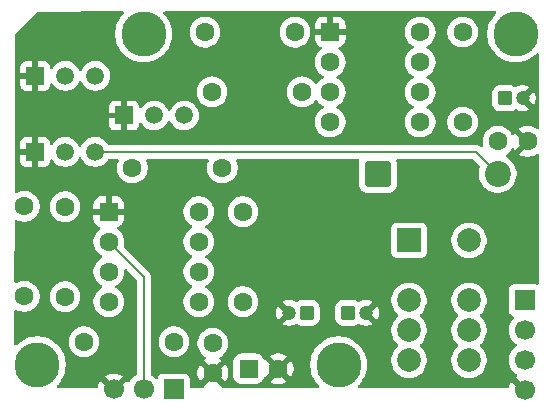
<source format=gbr>
%TF.GenerationSoftware,KiCad,Pcbnew,9.0.6*%
%TF.CreationDate,2025-12-23T12:21:06+09:00*%
%TF.ProjectId,ils,696c732e-6b69-4636-9164-5f7063625858,rev?*%
%TF.SameCoordinates,Original*%
%TF.FileFunction,Copper,L2,Bot*%
%TF.FilePolarity,Positive*%
%FSLAX46Y46*%
G04 Gerber Fmt 4.6, Leading zero omitted, Abs format (unit mm)*
G04 Created by KiCad (PCBNEW 9.0.6) date 2025-12-23 12:21:06*
%MOMM*%
%LPD*%
G01*
G04 APERTURE LIST*
G04 Aperture macros list*
%AMRoundRect*
0 Rectangle with rounded corners*
0 $1 Rounding radius*
0 $2 $3 $4 $5 $6 $7 $8 $9 X,Y pos of 4 corners*
0 Add a 4 corners polygon primitive as box body*
4,1,4,$2,$3,$4,$5,$6,$7,$8,$9,$2,$3,0*
0 Add four circle primitives for the rounded corners*
1,1,$1+$1,$2,$3*
1,1,$1+$1,$4,$5*
1,1,$1+$1,$6,$7*
1,1,$1+$1,$8,$9*
0 Add four rect primitives between the rounded corners*
20,1,$1+$1,$2,$3,$4,$5,0*
20,1,$1+$1,$4,$5,$6,$7,0*
20,1,$1+$1,$6,$7,$8,$9,0*
20,1,$1+$1,$8,$9,$2,$3,0*%
G04 Aperture macros list end*
%TA.AperFunction,ComponentPad*%
%ADD10RoundRect,0.250000X-0.350000X-0.350000X0.350000X-0.350000X0.350000X0.350000X-0.350000X0.350000X0*%
%TD*%
%TA.AperFunction,ComponentPad*%
%ADD11C,1.200000*%
%TD*%
%TA.AperFunction,ComponentPad*%
%ADD12RoundRect,0.250000X0.350000X0.350000X-0.350000X0.350000X-0.350000X-0.350000X0.350000X-0.350000X0*%
%TD*%
%TA.AperFunction,ConnectorPad*%
%ADD13C,3.800000*%
%TD*%
%TA.AperFunction,ComponentPad*%
%ADD14C,2.600000*%
%TD*%
%TA.AperFunction,ComponentPad*%
%ADD15C,1.600000*%
%TD*%
%TA.AperFunction,ComponentPad*%
%ADD16RoundRect,0.250000X-0.550000X-0.550000X0.550000X-0.550000X0.550000X0.550000X-0.550000X0.550000X0*%
%TD*%
%TA.AperFunction,ComponentPad*%
%ADD17R,1.700000X1.700000*%
%TD*%
%TA.AperFunction,ComponentPad*%
%ADD18C,1.700000*%
%TD*%
%TA.AperFunction,ComponentPad*%
%ADD19RoundRect,0.249999X-0.850001X-0.850001X0.850001X-0.850001X0.850001X0.850001X-0.850001X0.850001X0*%
%TD*%
%TA.AperFunction,ComponentPad*%
%ADD20C,2.200000*%
%TD*%
%TA.AperFunction,ComponentPad*%
%ADD21R,2.000000X2.000000*%
%TD*%
%TA.AperFunction,ComponentPad*%
%ADD22C,2.000000*%
%TD*%
%TA.AperFunction,ComponentPad*%
%ADD23R,1.500000X1.500000*%
%TD*%
%TA.AperFunction,ComponentPad*%
%ADD24C,1.500000*%
%TD*%
%TA.AperFunction,Conductor*%
%ADD25C,0.200000*%
%TD*%
G04 APERTURE END LIST*
D10*
%TO.P,C6,1*%
%TO.N,+12V*%
X161977401Y-132000000D03*
D11*
%TO.P,C6,2*%
%TO.N,GND*%
X163477401Y-132000000D03*
%TD*%
D12*
%TO.P,C5,1*%
%TO.N,+5V*%
X158450000Y-132000000D03*
D11*
%TO.P,C5,2*%
%TO.N,GND*%
X156950000Y-132000000D03*
%TD*%
D13*
%TO.P,REF\u002A\u002A,1*%
%TO.N,N/C*%
X176150000Y-108400000D03*
D14*
X176150000Y-108400000D03*
%TD*%
D15*
%TO.P,U2,8,VCC*%
%TO.N,+5V*%
X168060000Y-108230000D03*
%TO.P,U2,7,DIS*%
%TO.N,Net-(U2-DIS)*%
X168060000Y-110770000D03*
%TO.P,U2,6,THR*%
X168060000Y-113310000D03*
%TO.P,U2,5,CV*%
%TO.N,Net-(U2-CV)*%
X168060000Y-115850000D03*
%TO.P,U2,4,R*%
%TO.N,+5V*%
X160440000Y-115850000D03*
%TO.P,U2,3,Q*%
%TO.N,Net-(U2-Q)*%
X160440000Y-113310000D03*
%TO.P,U2,2,TR*%
%TO.N,/COOL*%
X160440000Y-110770000D03*
D16*
%TO.P,U2,1,GND*%
%TO.N,GND*%
X160440000Y-108230000D03*
%TD*%
D15*
%TO.P,R2,2*%
%TO.N,Net-(U2-DIS)*%
X171660000Y-115860000D03*
%TO.P,R2,1*%
%TO.N,+5V*%
X171660000Y-108240000D03*
%TD*%
D14*
%TO.P,REF\u002A\u002A,1*%
%TO.N,N/C*%
X135650000Y-136400000D03*
D13*
X135650000Y-136400000D03*
%TD*%
D15*
%TO.P,C3,1*%
%TO.N,GND*%
X150500000Y-137100000D03*
%TO.P,C3,2*%
%TO.N,Net-(U1-CV)*%
X150500000Y-134600000D03*
%TD*%
%TO.P,C1,1*%
%TO.N,GND*%
X177150000Y-117500000D03*
%TO.P,C1,2*%
%TO.N,Net-(U2-CV)*%
X174650000Y-117500000D03*
%TD*%
D17*
%TO.P,J2,1,Pin_1*%
%TO.N,+5V*%
X147190000Y-138500000D03*
D18*
%TO.P,J2,2,Pin_2*%
%TO.N,/SENS*%
X144650000Y-138500000D03*
%TO.P,J2,3,Pin_3*%
%TO.N,GND*%
X142110000Y-138500000D03*
%TD*%
D16*
%TO.P,C4,1*%
%TO.N,Net-(U1-DIS)*%
X153544888Y-136750000D03*
D15*
%TO.P,C4,2*%
%TO.N,GND*%
X156044888Y-136750000D03*
%TD*%
D14*
%TO.P,REF\u002A\u002A,1*%
%TO.N,N/C*%
X161150000Y-136400000D03*
D13*
X161150000Y-136400000D03*
%TD*%
D10*
%TO.P,C2,1*%
%TO.N,Net-(U2-DIS)*%
X175227401Y-113850000D03*
D11*
%TO.P,C2,2*%
%TO.N,GND*%
X176727401Y-113850000D03*
%TD*%
D19*
%TO.P,D1,1,K*%
%TO.N,+12V*%
X164470000Y-120250000D03*
D20*
%TO.P,D1,2,A*%
%TO.N,/RELAY*%
X174630000Y-120250000D03*
%TD*%
D15*
%TO.P,R6,1*%
%TO.N,/TRIG*%
X138000000Y-130645000D03*
%TO.P,R6,2*%
%TO.N,Net-(Q1-B)*%
X138000000Y-123025000D03*
%TD*%
%TO.P,R1,1*%
%TO.N,/SENS*%
X143690000Y-119750000D03*
%TO.P,R1,2*%
%TO.N,+5V*%
X151310000Y-119750000D03*
%TD*%
%TO.P,R5,1*%
%TO.N,+5V*%
X153050000Y-123440000D03*
%TO.P,R5,2*%
%TO.N,Net-(U1-DIS)*%
X153050000Y-131060000D03*
%TD*%
%TO.P,R3,1*%
%TO.N,/LOCK*%
X139590000Y-134450000D03*
%TO.P,R3,2*%
%TO.N,+5V*%
X147210000Y-134450000D03*
%TD*%
D21*
%TO.P,K1,1*%
%TO.N,+12V*%
X167120000Y-125870000D03*
D22*
%TO.P,K1,3*%
%TO.N,unconnected-(K1-Pad3)*%
X167120000Y-130950000D03*
%TO.P,K1,4*%
%TO.N,unconnected-(K1-Pad4)*%
X167120000Y-133490000D03*
%TO.P,K1,5*%
%TO.N,unconnected-(K1-Pad5)*%
X167120000Y-136030000D03*
%TO.P,K1,8*%
%TO.N,Net-(J1-Pin_3)*%
X172200000Y-136030000D03*
%TO.P,K1,9*%
%TO.N,/COM*%
X172200000Y-133490000D03*
%TO.P,K1,10*%
%TO.N,unconnected-(K1-Pad10)*%
X172200000Y-130950000D03*
%TO.P,K1,12*%
%TO.N,/RELAY*%
X172200000Y-125870000D03*
%TD*%
D14*
%TO.P,REF\u002A\u002A,1*%
%TO.N,N/C*%
X144650000Y-108400000D03*
D13*
X144650000Y-108400000D03*
%TD*%
D17*
%TO.P,J1,1,Pin_1*%
%TO.N,+12V*%
X176900000Y-130940000D03*
D18*
%TO.P,J1,2,Pin_2*%
%TO.N,/COM*%
X176900000Y-133480000D03*
%TO.P,J1,3,Pin_3*%
%TO.N,Net-(J1-Pin_3)*%
X176900000Y-136020000D03*
%TO.P,J1,4,Pin_4*%
%TO.N,GND*%
X176900000Y-138560000D03*
%TD*%
D15*
%TO.P,R8,1*%
%TO.N,/TRIG*%
X134550000Y-130610000D03*
%TO.P,R8,2*%
%TO.N,Net-(Q3-B)*%
X134550000Y-122990000D03*
%TD*%
%TO.P,R4,1*%
%TO.N,Net-(U2-Q)*%
X158060000Y-113300000D03*
%TO.P,R4,2*%
%TO.N,Net-(Q2-B)*%
X150440000Y-113300000D03*
%TD*%
%TO.P,R7,1*%
%TO.N,/COOL*%
X149850000Y-108250000D03*
%TO.P,R7,2*%
%TO.N,+5V*%
X157470000Y-108250000D03*
%TD*%
D23*
%TO.P,Q3,1,E*%
%TO.N,GND*%
X135470000Y-111950000D03*
D24*
%TO.P,Q3,2,B*%
%TO.N,Net-(Q3-B)*%
X138010000Y-111950000D03*
%TO.P,Q3,3,C*%
%TO.N,/COOL*%
X140550000Y-111950000D03*
%TD*%
D23*
%TO.P,Q1,1,E*%
%TO.N,GND*%
X135460000Y-118385000D03*
D24*
%TO.P,Q1,2,B*%
%TO.N,Net-(Q1-B)*%
X138000000Y-118385000D03*
%TO.P,Q1,3,C*%
%TO.N,/RELAY*%
X140540000Y-118385000D03*
%TD*%
D23*
%TO.P,Q2,1,E*%
%TO.N,GND*%
X143000000Y-115300000D03*
D24*
%TO.P,Q2,2,B*%
%TO.N,Net-(Q2-B)*%
X145540000Y-115300000D03*
%TO.P,Q2,3,C*%
%TO.N,/LOCK*%
X148080000Y-115300000D03*
%TD*%
D16*
%TO.P,U1,1,GND*%
%TO.N,GND*%
X141695000Y-123440000D03*
D15*
%TO.P,U1,2,TR*%
%TO.N,/SENS*%
X141695000Y-125980000D03*
%TO.P,U1,3,Q*%
%TO.N,/TRIG*%
X141695000Y-128520000D03*
%TO.P,U1,4,R*%
%TO.N,/LOCK*%
X141695000Y-131060000D03*
%TO.P,U1,5,CV*%
%TO.N,Net-(U1-CV)*%
X149315000Y-131060000D03*
%TO.P,U1,6,THR*%
%TO.N,Net-(U1-DIS)*%
X149315000Y-128520000D03*
%TO.P,U1,7,DIS*%
X149315000Y-125980000D03*
%TO.P,U1,8,VCC*%
%TO.N,+5V*%
X149315000Y-123440000D03*
%TD*%
D25*
%TO.N,/RELAY*%
X140540000Y-118385000D02*
X172765000Y-118385000D01*
X172765000Y-118385000D02*
X174630000Y-120250000D01*
%TO.N,/SENS*%
X141695000Y-125980000D02*
X144650000Y-128935000D01*
X144650000Y-128935000D02*
X144650000Y-138050000D01*
%TD*%
%TA.AperFunction,Conductor*%
%TO.N,GND*%
G36*
X174470573Y-106471758D02*
G01*
X174516393Y-106524505D01*
X174526422Y-106593651D01*
X174497475Y-106657243D01*
X174491344Y-106663837D01*
X174357261Y-106797920D01*
X174189161Y-107008712D01*
X174045714Y-107237005D01*
X173928734Y-107479917D01*
X173839687Y-107734397D01*
X173839684Y-107734405D01*
X173779688Y-107997268D01*
X173779686Y-107997280D01*
X173749500Y-108265186D01*
X173749500Y-108534813D01*
X173779686Y-108802719D01*
X173779688Y-108802731D01*
X173839684Y-109065594D01*
X173839687Y-109065602D01*
X173928734Y-109320082D01*
X174045714Y-109562994D01*
X174045716Y-109562997D01*
X174189162Y-109791289D01*
X174357266Y-110002085D01*
X174547915Y-110192734D01*
X174758711Y-110360838D01*
X174987003Y-110504284D01*
X175229921Y-110621267D01*
X175362471Y-110667648D01*
X175484397Y-110710312D01*
X175484405Y-110710315D01*
X175484408Y-110710315D01*
X175484409Y-110710316D01*
X175747268Y-110770312D01*
X176015187Y-110800499D01*
X176015188Y-110800500D01*
X176015191Y-110800500D01*
X176284812Y-110800500D01*
X176284812Y-110800499D01*
X176552732Y-110770312D01*
X176815591Y-110710316D01*
X177070079Y-110621267D01*
X177312997Y-110504284D01*
X177541289Y-110360838D01*
X177752085Y-110192734D01*
X177888319Y-110056500D01*
X177949642Y-110023015D01*
X178019334Y-110027999D01*
X178075267Y-110069871D01*
X178099684Y-110135335D01*
X178100000Y-110144181D01*
X178100000Y-116339962D01*
X178080315Y-116407001D01*
X178027511Y-116452756D01*
X177958353Y-116462700D01*
X177903115Y-116440280D01*
X177831353Y-116388142D01*
X177649031Y-116295244D01*
X177454417Y-116232009D01*
X177252317Y-116200000D01*
X177047683Y-116200000D01*
X176845582Y-116232009D01*
X176650968Y-116295244D01*
X176468644Y-116388143D01*
X176424077Y-116420523D01*
X176424077Y-116420524D01*
X177103553Y-117100000D01*
X177097339Y-117100000D01*
X176995606Y-117127259D01*
X176904394Y-117179920D01*
X176829920Y-117254394D01*
X176777259Y-117345606D01*
X176750000Y-117447339D01*
X176750000Y-117453553D01*
X176070524Y-116774077D01*
X176070523Y-116774077D01*
X176038143Y-116818644D01*
X176010765Y-116872378D01*
X175962790Y-116923174D01*
X175894969Y-116939969D01*
X175828834Y-116917431D01*
X175789795Y-116872378D01*
X175779397Y-116851971D01*
X175762287Y-116818390D01*
X175762285Y-116818387D01*
X175762284Y-116818385D01*
X175641971Y-116652786D01*
X175497213Y-116508028D01*
X175331613Y-116387715D01*
X175331612Y-116387714D01*
X175331610Y-116387713D01*
X175274653Y-116358691D01*
X175149223Y-116294781D01*
X174954534Y-116231522D01*
X174779995Y-116203878D01*
X174752352Y-116199500D01*
X174547648Y-116199500D01*
X174523329Y-116203351D01*
X174345465Y-116231522D01*
X174150776Y-116294781D01*
X173968386Y-116387715D01*
X173802786Y-116508028D01*
X173658028Y-116652786D01*
X173537715Y-116818386D01*
X173444781Y-117000776D01*
X173381522Y-117195465D01*
X173349500Y-117397648D01*
X173349500Y-117602351D01*
X173381523Y-117804535D01*
X173381524Y-117804542D01*
X173389291Y-117828445D01*
X173391286Y-117898286D01*
X173355205Y-117958118D01*
X173292504Y-117988946D01*
X173223090Y-117980981D01*
X173197770Y-117966564D01*
X173190269Y-117961033D01*
X173133716Y-117904480D01*
X173046904Y-117854360D01*
X172996785Y-117825423D01*
X172844057Y-117784499D01*
X172685943Y-117784499D01*
X172678347Y-117784499D01*
X172678331Y-117784500D01*
X141712596Y-117784500D01*
X141645557Y-117764815D01*
X141612278Y-117733386D01*
X141605682Y-117724307D01*
X141493828Y-117570354D01*
X141354646Y-117431172D01*
X141195405Y-117315476D01*
X141158879Y-117296865D01*
X141020029Y-117226117D01*
X140832826Y-117165290D01*
X140638422Y-117134500D01*
X140638417Y-117134500D01*
X140441583Y-117134500D01*
X140441578Y-117134500D01*
X140247173Y-117165290D01*
X140059970Y-117226117D01*
X139884594Y-117315476D01*
X139814288Y-117366557D01*
X139725354Y-117431172D01*
X139725352Y-117431174D01*
X139725351Y-117431174D01*
X139586174Y-117570351D01*
X139586174Y-117570352D01*
X139586172Y-117570354D01*
X139573953Y-117587172D01*
X139470476Y-117729594D01*
X139380485Y-117906213D01*
X139332511Y-117957009D01*
X139264690Y-117973804D01*
X139198555Y-117951267D01*
X139159515Y-117906213D01*
X139107711Y-117804542D01*
X139069524Y-117729595D01*
X138953828Y-117570354D01*
X138814646Y-117431172D01*
X138655405Y-117315476D01*
X138618879Y-117296865D01*
X138480029Y-117226117D01*
X138292826Y-117165290D01*
X138098422Y-117134500D01*
X138098417Y-117134500D01*
X137901583Y-117134500D01*
X137901578Y-117134500D01*
X137707173Y-117165290D01*
X137519970Y-117226117D01*
X137344594Y-117315476D01*
X137274288Y-117366557D01*
X137185354Y-117431172D01*
X137185352Y-117431174D01*
X137185351Y-117431174D01*
X137046174Y-117570351D01*
X137046174Y-117570352D01*
X137046172Y-117570354D01*
X137033953Y-117587172D01*
X136934318Y-117724307D01*
X136878988Y-117766972D01*
X136809374Y-117772951D01*
X136747579Y-117740345D01*
X136713222Y-117679506D01*
X136710000Y-117651421D01*
X136710000Y-117587172D01*
X136709999Y-117587155D01*
X136703598Y-117527627D01*
X136703596Y-117527620D01*
X136653354Y-117392913D01*
X136653350Y-117392906D01*
X136567190Y-117277812D01*
X136567187Y-117277809D01*
X136452093Y-117191649D01*
X136452086Y-117191645D01*
X136317379Y-117141403D01*
X136317372Y-117141401D01*
X136257844Y-117135000D01*
X135710000Y-117135000D01*
X135710000Y-118069314D01*
X135705606Y-118064920D01*
X135614394Y-118012259D01*
X135512661Y-117985000D01*
X135407339Y-117985000D01*
X135305606Y-118012259D01*
X135214394Y-118064920D01*
X135210000Y-118069314D01*
X135210000Y-117135000D01*
X134662155Y-117135000D01*
X134602627Y-117141401D01*
X134602620Y-117141403D01*
X134467913Y-117191645D01*
X134467906Y-117191649D01*
X134352812Y-117277809D01*
X134352809Y-117277812D01*
X134266649Y-117392906D01*
X134266645Y-117392913D01*
X134216403Y-117527620D01*
X134216401Y-117527627D01*
X134210000Y-117587155D01*
X134210000Y-118135000D01*
X135144314Y-118135000D01*
X135139920Y-118139394D01*
X135087259Y-118230606D01*
X135060000Y-118332339D01*
X135060000Y-118437661D01*
X135087259Y-118539394D01*
X135139920Y-118630606D01*
X135144314Y-118635000D01*
X134210000Y-118635000D01*
X134210000Y-119182844D01*
X134216401Y-119242372D01*
X134216403Y-119242379D01*
X134266645Y-119377086D01*
X134266649Y-119377093D01*
X134352809Y-119492187D01*
X134352812Y-119492190D01*
X134467906Y-119578350D01*
X134467913Y-119578354D01*
X134602620Y-119628596D01*
X134602627Y-119628598D01*
X134662155Y-119634999D01*
X134662172Y-119635000D01*
X135210000Y-119635000D01*
X135210000Y-118700686D01*
X135214394Y-118705080D01*
X135305606Y-118757741D01*
X135407339Y-118785000D01*
X135512661Y-118785000D01*
X135614394Y-118757741D01*
X135705606Y-118705080D01*
X135710000Y-118700686D01*
X135710000Y-119635000D01*
X136257828Y-119635000D01*
X136257844Y-119634999D01*
X136317372Y-119628598D01*
X136317379Y-119628596D01*
X136452086Y-119578354D01*
X136452093Y-119578350D01*
X136567187Y-119492190D01*
X136567190Y-119492187D01*
X136653350Y-119377093D01*
X136653354Y-119377086D01*
X136703596Y-119242379D01*
X136703598Y-119242372D01*
X136709999Y-119182844D01*
X136710000Y-119182827D01*
X136710000Y-119118578D01*
X136729685Y-119051539D01*
X136782489Y-119005784D01*
X136851647Y-118995840D01*
X136915203Y-119024865D01*
X136934314Y-119045688D01*
X137046172Y-119199646D01*
X137185354Y-119338828D01*
X137344595Y-119454524D01*
X137418513Y-119492187D01*
X137519970Y-119543882D01*
X137519972Y-119543882D01*
X137519975Y-119543884D01*
X137620317Y-119576487D01*
X137707173Y-119604709D01*
X137901578Y-119635500D01*
X137901583Y-119635500D01*
X138098422Y-119635500D01*
X138292826Y-119604709D01*
X138480025Y-119543884D01*
X138655405Y-119454524D01*
X138814646Y-119338828D01*
X138953828Y-119199646D01*
X139069524Y-119040405D01*
X139158884Y-118865025D01*
X139159515Y-118863787D01*
X139207489Y-118812990D01*
X139275310Y-118796195D01*
X139341445Y-118818732D01*
X139380485Y-118863787D01*
X139470474Y-119040403D01*
X139490808Y-119068390D01*
X139586172Y-119199646D01*
X139725354Y-119338828D01*
X139884595Y-119454524D01*
X139958513Y-119492187D01*
X140059970Y-119543882D01*
X140059972Y-119543882D01*
X140059975Y-119543884D01*
X140160317Y-119576487D01*
X140247173Y-119604709D01*
X140441578Y-119635500D01*
X140441583Y-119635500D01*
X140638422Y-119635500D01*
X140832826Y-119604709D01*
X141020025Y-119543884D01*
X141195405Y-119454524D01*
X141354646Y-119338828D01*
X141493828Y-119199646D01*
X141609524Y-119040405D01*
X141609524Y-119040403D01*
X141612278Y-119036614D01*
X141667608Y-118993949D01*
X141712596Y-118985500D01*
X142417598Y-118985500D01*
X142484637Y-119005185D01*
X142530392Y-119057989D01*
X142540336Y-119127147D01*
X142528082Y-119165795D01*
X142484783Y-119250771D01*
X142421522Y-119445465D01*
X142389500Y-119647648D01*
X142389500Y-119852351D01*
X142421522Y-120054534D01*
X142484781Y-120249223D01*
X142577715Y-120431613D01*
X142698028Y-120597213D01*
X142842786Y-120741971D01*
X142997749Y-120854556D01*
X143008390Y-120862287D01*
X143124607Y-120921503D01*
X143190776Y-120955218D01*
X143190778Y-120955218D01*
X143190781Y-120955220D01*
X143295137Y-120989127D01*
X143385465Y-121018477D01*
X143486557Y-121034488D01*
X143587648Y-121050500D01*
X143587649Y-121050500D01*
X143792351Y-121050500D01*
X143792352Y-121050500D01*
X143994534Y-121018477D01*
X144189219Y-120955220D01*
X144371610Y-120862287D01*
X144464590Y-120794732D01*
X144537213Y-120741971D01*
X144537215Y-120741968D01*
X144537219Y-120741966D01*
X144681966Y-120597219D01*
X144681968Y-120597215D01*
X144681971Y-120597213D01*
X144734732Y-120524590D01*
X144802287Y-120431610D01*
X144895220Y-120249219D01*
X144958477Y-120054534D01*
X144990500Y-119852352D01*
X144990500Y-119647648D01*
X144979524Y-119578350D01*
X144958477Y-119445465D01*
X144936259Y-119377086D01*
X144895220Y-119250781D01*
X144895217Y-119250776D01*
X144895216Y-119250771D01*
X144851918Y-119165795D01*
X144839021Y-119097126D01*
X144865297Y-119032386D01*
X144922403Y-118992128D01*
X144962402Y-118985500D01*
X150037598Y-118985500D01*
X150104637Y-119005185D01*
X150150392Y-119057989D01*
X150160336Y-119127147D01*
X150148082Y-119165795D01*
X150104783Y-119250771D01*
X150041522Y-119445465D01*
X150009500Y-119647648D01*
X150009500Y-119852351D01*
X150041522Y-120054534D01*
X150104781Y-120249223D01*
X150197715Y-120431613D01*
X150318028Y-120597213D01*
X150462786Y-120741971D01*
X150617749Y-120854556D01*
X150628390Y-120862287D01*
X150744607Y-120921503D01*
X150810776Y-120955218D01*
X150810778Y-120955218D01*
X150810781Y-120955220D01*
X150915137Y-120989127D01*
X151005465Y-121018477D01*
X151106557Y-121034488D01*
X151207648Y-121050500D01*
X151207649Y-121050500D01*
X151412351Y-121050500D01*
X151412352Y-121050500D01*
X151614534Y-121018477D01*
X151809219Y-120955220D01*
X151991610Y-120862287D01*
X152084590Y-120794732D01*
X152157213Y-120741971D01*
X152157215Y-120741968D01*
X152157219Y-120741966D01*
X152301966Y-120597219D01*
X152301968Y-120597215D01*
X152301971Y-120597213D01*
X152354732Y-120524590D01*
X152422287Y-120431610D01*
X152515220Y-120249219D01*
X152578477Y-120054534D01*
X152610500Y-119852352D01*
X152610500Y-119647648D01*
X152599524Y-119578350D01*
X152578477Y-119445465D01*
X152556259Y-119377086D01*
X152515220Y-119250781D01*
X152515217Y-119250776D01*
X152515216Y-119250771D01*
X152471918Y-119165795D01*
X152459021Y-119097126D01*
X152485297Y-119032386D01*
X152542403Y-118992128D01*
X152582402Y-118985500D01*
X162795001Y-118985500D01*
X162862040Y-119005185D01*
X162907795Y-119057989D01*
X162917739Y-119127147D01*
X162912708Y-119148497D01*
X162906977Y-119165795D01*
X162880000Y-119247203D01*
X162869500Y-119349982D01*
X162869500Y-121150017D01*
X162880000Y-121252796D01*
X162935185Y-121419332D01*
X162935186Y-121419335D01*
X163027288Y-121568656D01*
X163151344Y-121692712D01*
X163300665Y-121784814D01*
X163467202Y-121839999D01*
X163569990Y-121850500D01*
X163569995Y-121850500D01*
X165370005Y-121850500D01*
X165370010Y-121850500D01*
X165472798Y-121839999D01*
X165639335Y-121784814D01*
X165788656Y-121692712D01*
X165912712Y-121568656D01*
X166004814Y-121419335D01*
X166059999Y-121252798D01*
X166070500Y-121150010D01*
X166070500Y-119349990D01*
X166059999Y-119247202D01*
X166027292Y-119148501D01*
X166024891Y-119078676D01*
X166060623Y-119018634D01*
X166123143Y-118987441D01*
X166144999Y-118985500D01*
X172464903Y-118985500D01*
X172531942Y-119005185D01*
X172552584Y-119021819D01*
X173097841Y-119567076D01*
X173131326Y-119628399D01*
X173128091Y-119693076D01*
X173068910Y-119875214D01*
X173029500Y-120124038D01*
X173029500Y-120375961D01*
X173068910Y-120624785D01*
X173146760Y-120864383D01*
X173261132Y-121088848D01*
X173409201Y-121292649D01*
X173409205Y-121292654D01*
X173587345Y-121470794D01*
X173587350Y-121470798D01*
X173765117Y-121599952D01*
X173791155Y-121618870D01*
X173929774Y-121689500D01*
X174015616Y-121733239D01*
X174015618Y-121733239D01*
X174015621Y-121733241D01*
X174255215Y-121811090D01*
X174504038Y-121850500D01*
X174504039Y-121850500D01*
X174755961Y-121850500D01*
X174755962Y-121850500D01*
X175004785Y-121811090D01*
X175244379Y-121733241D01*
X175468845Y-121618870D01*
X175672656Y-121470793D01*
X175850793Y-121292656D01*
X175998870Y-121088845D01*
X176113241Y-120864379D01*
X176191090Y-120624785D01*
X176230500Y-120375962D01*
X176230500Y-120124038D01*
X176191090Y-119875215D01*
X176113241Y-119635621D01*
X176113239Y-119635618D01*
X176113239Y-119635616D01*
X176040159Y-119492190D01*
X175998870Y-119411155D01*
X175974123Y-119377093D01*
X175850798Y-119207350D01*
X175850794Y-119207345D01*
X175672654Y-119029205D01*
X175672649Y-119029201D01*
X175468848Y-118881132D01*
X175468847Y-118881131D01*
X175468845Y-118881130D01*
X175350975Y-118821072D01*
X175300180Y-118773099D01*
X175283385Y-118705278D01*
X175305922Y-118639143D01*
X175334382Y-118610272D01*
X175497219Y-118491966D01*
X175641966Y-118347219D01*
X175641968Y-118347215D01*
X175641971Y-118347213D01*
X175762286Y-118181611D01*
X175762415Y-118181359D01*
X175789795Y-118127621D01*
X175837769Y-118076826D01*
X175905589Y-118060030D01*
X175971725Y-118082567D01*
X176010765Y-118127621D01*
X176038141Y-118181350D01*
X176038147Y-118181359D01*
X176070523Y-118225921D01*
X176070524Y-118225922D01*
X176750000Y-117546446D01*
X176750000Y-117552661D01*
X176777259Y-117654394D01*
X176829920Y-117745606D01*
X176904394Y-117820080D01*
X176995606Y-117872741D01*
X177097339Y-117900000D01*
X177103552Y-117900000D01*
X176424076Y-118579474D01*
X176468650Y-118611859D01*
X176650968Y-118704755D01*
X176845582Y-118767990D01*
X177047683Y-118800000D01*
X177252317Y-118800000D01*
X177454417Y-118767990D01*
X177649031Y-118704755D01*
X177831349Y-118611859D01*
X177903114Y-118559719D01*
X177968920Y-118536239D01*
X178036974Y-118552064D01*
X178085669Y-118602170D01*
X178100000Y-118660037D01*
X178100000Y-129507768D01*
X178080315Y-129574807D01*
X178027511Y-129620562D01*
X177958353Y-129630506D01*
X177932668Y-129623950D01*
X177857485Y-129595909D01*
X177857483Y-129595908D01*
X177797883Y-129589501D01*
X177797881Y-129589500D01*
X177797873Y-129589500D01*
X177797864Y-129589500D01*
X176002129Y-129589500D01*
X176002123Y-129589501D01*
X175942516Y-129595908D01*
X175807671Y-129646202D01*
X175807664Y-129646206D01*
X175692455Y-129732452D01*
X175692452Y-129732455D01*
X175606206Y-129847664D01*
X175606202Y-129847671D01*
X175555908Y-129982517D01*
X175549501Y-130042116D01*
X175549500Y-130042135D01*
X175549500Y-131837870D01*
X175549501Y-131837876D01*
X175555908Y-131897483D01*
X175606202Y-132032328D01*
X175606206Y-132032335D01*
X175692452Y-132147544D01*
X175692455Y-132147547D01*
X175807664Y-132233793D01*
X175807671Y-132233797D01*
X175939082Y-132282810D01*
X175995016Y-132324681D01*
X176019433Y-132390145D01*
X176004582Y-132458418D01*
X175983431Y-132486673D01*
X175869889Y-132600215D01*
X175744951Y-132772179D01*
X175648444Y-132961585D01*
X175582753Y-133163760D01*
X175549787Y-133371902D01*
X175549500Y-133373713D01*
X175549500Y-133586287D01*
X175552954Y-133608092D01*
X175582753Y-133796239D01*
X175648444Y-133998414D01*
X175744951Y-134187820D01*
X175869890Y-134359786D01*
X176020213Y-134510109D01*
X176192182Y-134635050D01*
X176200946Y-134639516D01*
X176251742Y-134687491D01*
X176268536Y-134755312D01*
X176245998Y-134821447D01*
X176200946Y-134860484D01*
X176192182Y-134864949D01*
X176020213Y-134989890D01*
X175869890Y-135140213D01*
X175744951Y-135312179D01*
X175648444Y-135501585D01*
X175582753Y-135703760D01*
X175549500Y-135913713D01*
X175549500Y-136126286D01*
X175571499Y-136265186D01*
X175582754Y-136336243D01*
X175647272Y-136534809D01*
X175648444Y-136538414D01*
X175744951Y-136727820D01*
X175869890Y-136899786D01*
X176020213Y-137050109D01*
X176192179Y-137175048D01*
X176192181Y-137175049D01*
X176192184Y-137175051D01*
X176201493Y-137179794D01*
X176252290Y-137227766D01*
X176269087Y-137295587D01*
X176246552Y-137361722D01*
X176201505Y-137400760D01*
X176192446Y-137405376D01*
X176192440Y-137405380D01*
X176138282Y-137444727D01*
X176138282Y-137444728D01*
X176596777Y-137903223D01*
X176243223Y-138256777D01*
X175784728Y-137798282D01*
X175784727Y-137798282D01*
X175745380Y-137852439D01*
X175648904Y-138041782D01*
X175583242Y-138243869D01*
X175583242Y-138243871D01*
X175582999Y-138245407D01*
X175582745Y-138245941D01*
X175582107Y-138248602D01*
X175581547Y-138248467D01*
X175553065Y-138308539D01*
X175493751Y-138345466D01*
X175460527Y-138350000D01*
X162894181Y-138350000D01*
X162827142Y-138330315D01*
X162781387Y-138277511D01*
X162771443Y-138208353D01*
X162800468Y-138144797D01*
X162806500Y-138138319D01*
X162859865Y-138084954D01*
X162942734Y-138002085D01*
X163110838Y-137791289D01*
X163254284Y-137562997D01*
X163371267Y-137320079D01*
X163460316Y-137065591D01*
X163520312Y-136802732D01*
X163550500Y-136534809D01*
X163550500Y-136265191D01*
X163520312Y-135997268D01*
X163460316Y-135734409D01*
X163449591Y-135703760D01*
X163432606Y-135655218D01*
X163371267Y-135479921D01*
X163254284Y-135237003D01*
X163110838Y-135008711D01*
X162942734Y-134797915D01*
X162752085Y-134607266D01*
X162541289Y-134439162D01*
X162312997Y-134295716D01*
X162312994Y-134295714D01*
X162070082Y-134178734D01*
X161815602Y-134089687D01*
X161815594Y-134089684D01*
X161618446Y-134044687D01*
X161552732Y-134029688D01*
X161552728Y-134029687D01*
X161552719Y-134029686D01*
X161284813Y-133999500D01*
X161284809Y-133999500D01*
X161015191Y-133999500D01*
X161015186Y-133999500D01*
X160747280Y-134029686D01*
X160747268Y-134029688D01*
X160484405Y-134089684D01*
X160484397Y-134089687D01*
X160229917Y-134178734D01*
X159987005Y-134295714D01*
X159758712Y-134439161D01*
X159547915Y-134607265D01*
X159357265Y-134797915D01*
X159189161Y-135008712D01*
X159045714Y-135237005D01*
X158928734Y-135479917D01*
X158839687Y-135734397D01*
X158839684Y-135734405D01*
X158779688Y-135997268D01*
X158779686Y-135997280D01*
X158749500Y-136265186D01*
X158749500Y-136534813D01*
X158779686Y-136802719D01*
X158779687Y-136802728D01*
X158779688Y-136802732D01*
X158791480Y-136854394D01*
X158839684Y-137065594D01*
X158839687Y-137065602D01*
X158928734Y-137320082D01*
X159045714Y-137562994D01*
X159045716Y-137562997D01*
X159189162Y-137791289D01*
X159270044Y-137892712D01*
X159357265Y-138002084D01*
X159493500Y-138138319D01*
X159526985Y-138199642D01*
X159522001Y-138269334D01*
X159480129Y-138325267D01*
X159414665Y-138349684D01*
X159405819Y-138350000D01*
X151346644Y-138350000D01*
X151279605Y-138330315D01*
X151233850Y-138277511D01*
X151223026Y-138216271D01*
X151225921Y-138179474D01*
X150546447Y-137500000D01*
X150552661Y-137500000D01*
X150654394Y-137472741D01*
X150745606Y-137420080D01*
X150820080Y-137345606D01*
X150872741Y-137254394D01*
X150900000Y-137152661D01*
X150900000Y-137146447D01*
X151579474Y-137825921D01*
X151611859Y-137781349D01*
X151704755Y-137599031D01*
X151767990Y-137404417D01*
X151800000Y-137202317D01*
X151800000Y-136997682D01*
X151767990Y-136795582D01*
X151704755Y-136600968D01*
X151611859Y-136418650D01*
X151579474Y-136374077D01*
X151579474Y-136374076D01*
X150900000Y-137053551D01*
X150900000Y-137047339D01*
X150872741Y-136945606D01*
X150820080Y-136854394D01*
X150745606Y-136779920D01*
X150654394Y-136727259D01*
X150552661Y-136700000D01*
X150546446Y-136700000D01*
X151096464Y-136149983D01*
X152244388Y-136149983D01*
X152244388Y-137350001D01*
X152244389Y-137350018D01*
X152254888Y-137452796D01*
X152254889Y-137452799D01*
X152301244Y-137592686D01*
X152310074Y-137619334D01*
X152402176Y-137768656D01*
X152526232Y-137892712D01*
X152675554Y-137984814D01*
X152842091Y-138039999D01*
X152944879Y-138050500D01*
X154144896Y-138050499D01*
X154247685Y-138039999D01*
X154414222Y-137984814D01*
X154563544Y-137892712D01*
X154687600Y-137768656D01*
X154779702Y-137619334D01*
X154802990Y-137549054D01*
X154806998Y-137541050D01*
X154824948Y-137521772D01*
X154839943Y-137500116D01*
X154848383Y-137496606D01*
X154854613Y-137489917D01*
X154880137Y-137483404D01*
X154904459Y-137473292D01*
X154920722Y-137473048D01*
X154922313Y-137472643D01*
X154923411Y-137473008D01*
X154927607Y-137472946D01*
X154965413Y-137475921D01*
X155644888Y-136796446D01*
X155644888Y-136802661D01*
X155672147Y-136904394D01*
X155724808Y-136995606D01*
X155799282Y-137070080D01*
X155890494Y-137122741D01*
X155992227Y-137150000D01*
X155998441Y-137150000D01*
X155318964Y-137829474D01*
X155363538Y-137861859D01*
X155545856Y-137954755D01*
X155740470Y-138017990D01*
X155942571Y-138050000D01*
X156147205Y-138050000D01*
X156349305Y-138017990D01*
X156543919Y-137954755D01*
X156726237Y-137861859D01*
X156770809Y-137829474D01*
X156091335Y-137150000D01*
X156097549Y-137150000D01*
X156199282Y-137122741D01*
X156290494Y-137070080D01*
X156364968Y-136995606D01*
X156417629Y-136904394D01*
X156444888Y-136802661D01*
X156444888Y-136796447D01*
X157124362Y-137475921D01*
X157156747Y-137431349D01*
X157249643Y-137249031D01*
X157312878Y-137054417D01*
X157344888Y-136852317D01*
X157344888Y-136647682D01*
X157312878Y-136445582D01*
X157249643Y-136250968D01*
X157156747Y-136068650D01*
X157124362Y-136024077D01*
X157124362Y-136024076D01*
X156444888Y-136703551D01*
X156444888Y-136697339D01*
X156417629Y-136595606D01*
X156364968Y-136504394D01*
X156290494Y-136429920D01*
X156199282Y-136377259D01*
X156097549Y-136350000D01*
X156091334Y-136350000D01*
X156770810Y-135670524D01*
X156770809Y-135670523D01*
X156726247Y-135638147D01*
X156726238Y-135638141D01*
X156543919Y-135545244D01*
X156349305Y-135482009D01*
X156147205Y-135450000D01*
X155942571Y-135450000D01*
X155740470Y-135482009D01*
X155545856Y-135545244D01*
X155363532Y-135638143D01*
X155318965Y-135670523D01*
X155318965Y-135670524D01*
X155998442Y-136350000D01*
X155992227Y-136350000D01*
X155890494Y-136377259D01*
X155799282Y-136429920D01*
X155724808Y-136504394D01*
X155672147Y-136595606D01*
X155644888Y-136697339D01*
X155644888Y-136703553D01*
X154965412Y-136024077D01*
X154927607Y-136027053D01*
X154859229Y-136012689D01*
X154809472Y-135963638D01*
X154806998Y-135958949D01*
X154802989Y-135950942D01*
X154779702Y-135880666D01*
X154687600Y-135731344D01*
X154563544Y-135607288D01*
X154414222Y-135515186D01*
X154247685Y-135460001D01*
X154247683Y-135460000D01*
X154144898Y-135449500D01*
X152944886Y-135449500D01*
X152944869Y-135449501D01*
X152842091Y-135460000D01*
X152842088Y-135460001D01*
X152675556Y-135515185D01*
X152675551Y-135515187D01*
X152526230Y-135607289D01*
X152402177Y-135731342D01*
X152310075Y-135880663D01*
X152310073Y-135880668D01*
X152299723Y-135911902D01*
X152254889Y-136047203D01*
X152254889Y-136047204D01*
X152254888Y-136047204D01*
X152244388Y-136149983D01*
X151096464Y-136149983D01*
X151187294Y-136059153D01*
X151225922Y-136020524D01*
X151225921Y-136020523D01*
X151181359Y-135988147D01*
X151181350Y-135988141D01*
X151127621Y-135960765D01*
X151076825Y-135912791D01*
X151060030Y-135844970D01*
X151082567Y-135778835D01*
X151127621Y-135739795D01*
X151181610Y-135712287D01*
X151260157Y-135655220D01*
X151347213Y-135591971D01*
X151347215Y-135591968D01*
X151347219Y-135591966D01*
X151491966Y-135447219D01*
X151491968Y-135447215D01*
X151491971Y-135447213D01*
X151544732Y-135374590D01*
X151612287Y-135281610D01*
X151705220Y-135099219D01*
X151768477Y-134904534D01*
X151800500Y-134702352D01*
X151800500Y-134497648D01*
X151785284Y-134401577D01*
X151768477Y-134295465D01*
X151719739Y-134145466D01*
X151705220Y-134100781D01*
X151705218Y-134100778D01*
X151705218Y-134100776D01*
X151668995Y-134029686D01*
X151612287Y-133918390D01*
X151556328Y-133841368D01*
X151491971Y-133752786D01*
X151347213Y-133608028D01*
X151181613Y-133487715D01*
X151181612Y-133487714D01*
X151181610Y-133487713D01*
X151123350Y-133458028D01*
X150999223Y-133394781D01*
X150804534Y-133331522D01*
X150629995Y-133303878D01*
X150602352Y-133299500D01*
X150397648Y-133299500D01*
X150373329Y-133303351D01*
X150195465Y-133331522D01*
X150000776Y-133394781D01*
X149818386Y-133487715D01*
X149652786Y-133608028D01*
X149508028Y-133752786D01*
X149387715Y-133918386D01*
X149294781Y-134100776D01*
X149231522Y-134295465D01*
X149199500Y-134497648D01*
X149199500Y-134702351D01*
X149231522Y-134904534D01*
X149294781Y-135099223D01*
X149387715Y-135281613D01*
X149508028Y-135447213D01*
X149652786Y-135591971D01*
X149818385Y-135712284D01*
X149818387Y-135712285D01*
X149818390Y-135712287D01*
X149872378Y-135739795D01*
X149923174Y-135787769D01*
X149939969Y-135855590D01*
X149917432Y-135921725D01*
X149872378Y-135960765D01*
X149818644Y-135988143D01*
X149774077Y-136020523D01*
X149774077Y-136020524D01*
X150453554Y-136700000D01*
X150447339Y-136700000D01*
X150345606Y-136727259D01*
X150254394Y-136779920D01*
X150179920Y-136854394D01*
X150127259Y-136945606D01*
X150100000Y-137047339D01*
X150100000Y-137053553D01*
X149420524Y-136374077D01*
X149420523Y-136374077D01*
X149388143Y-136418644D01*
X149295244Y-136600968D01*
X149232009Y-136795582D01*
X149200000Y-136997682D01*
X149200000Y-137202317D01*
X149232009Y-137404417D01*
X149295244Y-137599031D01*
X149388141Y-137781350D01*
X149388147Y-137781359D01*
X149420523Y-137825921D01*
X149420524Y-137825922D01*
X150100000Y-137146446D01*
X150100000Y-137152661D01*
X150127259Y-137254394D01*
X150179920Y-137345606D01*
X150254394Y-137420080D01*
X150345606Y-137472741D01*
X150447339Y-137500000D01*
X150453553Y-137500000D01*
X149774077Y-138179474D01*
X149776973Y-138216271D01*
X149762609Y-138284648D01*
X149713557Y-138334405D01*
X149653355Y-138350000D01*
X148664499Y-138350000D01*
X148597460Y-138330315D01*
X148551705Y-138277511D01*
X148540499Y-138226000D01*
X148540499Y-137602129D01*
X148540498Y-137602123D01*
X148536292Y-137562997D01*
X148534091Y-137542517D01*
X148532810Y-137539083D01*
X148483797Y-137407671D01*
X148483793Y-137407664D01*
X148397547Y-137292455D01*
X148397544Y-137292452D01*
X148282335Y-137206206D01*
X148282328Y-137206202D01*
X148147482Y-137155908D01*
X148147483Y-137155908D01*
X148087883Y-137149501D01*
X148087881Y-137149500D01*
X148087873Y-137149500D01*
X148087864Y-137149500D01*
X146292129Y-137149500D01*
X146292123Y-137149501D01*
X146232516Y-137155908D01*
X146097671Y-137206202D01*
X146097664Y-137206206D01*
X145982455Y-137292452D01*
X145982452Y-137292455D01*
X145896206Y-137407664D01*
X145896203Y-137407669D01*
X145847189Y-137539083D01*
X145805317Y-137595016D01*
X145739853Y-137619433D01*
X145671580Y-137604581D01*
X145643326Y-137583430D01*
X145529786Y-137469890D01*
X145357815Y-137344948D01*
X145357814Y-137344947D01*
X145318205Y-137324765D01*
X145267409Y-137276791D01*
X145250500Y-137214281D01*
X145250500Y-134347648D01*
X145909500Y-134347648D01*
X145909500Y-134552351D01*
X145941522Y-134754534D01*
X146004781Y-134949223D01*
X146057398Y-135052487D01*
X146080803Y-135098423D01*
X146097715Y-135131613D01*
X146218028Y-135297213D01*
X146362786Y-135441971D01*
X146504932Y-135545244D01*
X146528390Y-135562287D01*
X146644607Y-135621503D01*
X146710776Y-135655218D01*
X146710778Y-135655218D01*
X146710781Y-135655220D01*
X146757879Y-135670523D01*
X146905465Y-135718477D01*
X146986691Y-135731342D01*
X147107648Y-135750500D01*
X147107649Y-135750500D01*
X147312351Y-135750500D01*
X147312352Y-135750500D01*
X147514534Y-135718477D01*
X147709219Y-135655220D01*
X147891610Y-135562287D01*
X148032396Y-135460001D01*
X148057213Y-135441971D01*
X148057215Y-135441968D01*
X148057219Y-135441966D01*
X148201966Y-135297219D01*
X148201968Y-135297215D01*
X148201971Y-135297213D01*
X148254732Y-135224590D01*
X148322287Y-135131610D01*
X148415220Y-134949219D01*
X148478477Y-134754534D01*
X148510500Y-134552352D01*
X148510500Y-134347648D01*
X148502235Y-134295465D01*
X148478477Y-134145465D01*
X148415218Y-133950776D01*
X148359471Y-133841368D01*
X148322287Y-133768390D01*
X148310950Y-133752786D01*
X148201971Y-133602786D01*
X148057213Y-133458028D01*
X147891613Y-133337715D01*
X147891612Y-133337714D01*
X147891610Y-133337713D01*
X147816613Y-133299500D01*
X147709223Y-133244781D01*
X147514534Y-133181522D01*
X147339995Y-133153878D01*
X147312352Y-133149500D01*
X147107648Y-133149500D01*
X147083329Y-133153351D01*
X146905465Y-133181522D01*
X146710776Y-133244781D01*
X146528386Y-133337715D01*
X146362786Y-133458028D01*
X146218028Y-133602786D01*
X146097715Y-133768386D01*
X146004781Y-133950776D01*
X145941522Y-134145465D01*
X145909500Y-134347648D01*
X145250500Y-134347648D01*
X145250500Y-128855945D01*
X145250500Y-128855943D01*
X145209577Y-128703216D01*
X145209577Y-128703215D01*
X145209577Y-128703214D01*
X145180639Y-128653095D01*
X145180637Y-128653092D01*
X145162889Y-128622351D01*
X145130520Y-128566284D01*
X145018716Y-128454480D01*
X145018715Y-128454479D01*
X145014385Y-128450149D01*
X145014374Y-128450139D01*
X142989077Y-126424842D01*
X142955592Y-126363519D01*
X142958828Y-126298841D01*
X142963477Y-126284534D01*
X142995500Y-126082352D01*
X142995500Y-125877648D01*
X142963477Y-125675465D01*
X142934127Y-125585137D01*
X142900220Y-125480781D01*
X142900218Y-125480778D01*
X142900218Y-125480776D01*
X142866503Y-125414607D01*
X142807287Y-125298390D01*
X142799556Y-125287749D01*
X142686971Y-125132786D01*
X142542217Y-124988032D01*
X142542212Y-124988028D01*
X142448051Y-124919616D01*
X142405385Y-124864286D01*
X142399406Y-124794673D01*
X142432012Y-124732878D01*
X142481933Y-124701592D01*
X142564117Y-124674359D01*
X142564124Y-124674356D01*
X142713345Y-124582315D01*
X142837315Y-124458345D01*
X142929356Y-124309124D01*
X142929358Y-124309119D01*
X142984505Y-124142697D01*
X142984506Y-124142690D01*
X142994999Y-124039986D01*
X142995000Y-124039973D01*
X142995000Y-123690000D01*
X142010686Y-123690000D01*
X142015080Y-123685606D01*
X142067741Y-123594394D01*
X142095000Y-123492661D01*
X142095000Y-123387339D01*
X142081685Y-123337648D01*
X148014500Y-123337648D01*
X148014500Y-123542351D01*
X148046522Y-123744534D01*
X148109781Y-123939223D01*
X148161117Y-124039973D01*
X148200376Y-124117024D01*
X148202715Y-124121613D01*
X148323028Y-124287213D01*
X148467786Y-124431971D01*
X148622749Y-124544556D01*
X148633390Y-124552287D01*
X148700845Y-124586657D01*
X148726080Y-124599515D01*
X148776876Y-124647490D01*
X148793671Y-124715311D01*
X148771134Y-124781446D01*
X148726080Y-124820485D01*
X148633386Y-124867715D01*
X148467786Y-124988028D01*
X148323028Y-125132786D01*
X148202715Y-125298386D01*
X148109781Y-125480776D01*
X148046522Y-125675465D01*
X148014500Y-125877648D01*
X148014500Y-126082351D01*
X148046522Y-126284534D01*
X148109781Y-126479223D01*
X148173691Y-126604653D01*
X148200075Y-126656433D01*
X148202715Y-126661613D01*
X148323028Y-126827213D01*
X148467786Y-126971971D01*
X148622749Y-127084556D01*
X148633390Y-127092287D01*
X148724840Y-127138883D01*
X148726080Y-127139515D01*
X148776876Y-127187490D01*
X148793671Y-127255311D01*
X148771134Y-127321446D01*
X148726080Y-127360485D01*
X148633386Y-127407715D01*
X148467786Y-127528028D01*
X148323028Y-127672786D01*
X148202715Y-127838386D01*
X148109781Y-128020776D01*
X148046522Y-128215465D01*
X148014500Y-128417648D01*
X148014500Y-128622351D01*
X148046522Y-128824534D01*
X148109781Y-129019223D01*
X148173691Y-129144653D01*
X148193605Y-129183735D01*
X148202715Y-129201613D01*
X148323028Y-129367213D01*
X148467786Y-129511971D01*
X148613764Y-129618028D01*
X148633390Y-129632287D01*
X148700845Y-129666657D01*
X148726080Y-129679515D01*
X148776876Y-129727490D01*
X148793671Y-129795311D01*
X148771134Y-129861446D01*
X148726080Y-129900485D01*
X148633386Y-129947715D01*
X148467786Y-130068028D01*
X148323028Y-130212786D01*
X148202715Y-130378386D01*
X148109781Y-130560776D01*
X148046522Y-130755465D01*
X148014500Y-130957648D01*
X148014500Y-131162351D01*
X148046522Y-131364534D01*
X148109781Y-131559223D01*
X148173691Y-131684653D01*
X148200075Y-131736433D01*
X148202715Y-131741613D01*
X148323028Y-131907213D01*
X148467786Y-132051971D01*
X148622749Y-132164556D01*
X148633390Y-132172287D01*
X148693931Y-132203134D01*
X148815776Y-132265218D01*
X148815778Y-132265218D01*
X148815781Y-132265220D01*
X148873860Y-132284091D01*
X149010465Y-132328477D01*
X149111557Y-132344488D01*
X149212648Y-132360500D01*
X149212649Y-132360500D01*
X149417351Y-132360500D01*
X149417352Y-132360500D01*
X149619534Y-132328477D01*
X149814219Y-132265220D01*
X149815717Y-132264457D01*
X149829205Y-132257584D01*
X149996610Y-132172287D01*
X150089590Y-132104732D01*
X150162213Y-132051971D01*
X150162215Y-132051968D01*
X150162219Y-132051966D01*
X150306966Y-131907219D01*
X150306968Y-131907215D01*
X150306971Y-131907213D01*
X150373389Y-131815795D01*
X150427287Y-131741610D01*
X150520220Y-131559219D01*
X150583477Y-131364534D01*
X150615500Y-131162352D01*
X150615500Y-130957648D01*
X151749500Y-130957648D01*
X151749500Y-131162351D01*
X151781522Y-131364534D01*
X151844781Y-131559223D01*
X151908691Y-131684653D01*
X151935075Y-131736433D01*
X151937715Y-131741613D01*
X152058028Y-131907213D01*
X152202786Y-132051971D01*
X152357749Y-132164556D01*
X152368390Y-132172287D01*
X152428931Y-132203134D01*
X152550776Y-132265218D01*
X152550778Y-132265218D01*
X152550781Y-132265220D01*
X152608860Y-132284091D01*
X152745465Y-132328477D01*
X152846557Y-132344488D01*
X152947648Y-132360500D01*
X152947649Y-132360500D01*
X153152351Y-132360500D01*
X153152352Y-132360500D01*
X153354534Y-132328477D01*
X153549219Y-132265220D01*
X153550717Y-132264457D01*
X153564205Y-132257584D01*
X153731610Y-132172287D01*
X153824590Y-132104732D01*
X153897213Y-132051971D01*
X153897215Y-132051968D01*
X153897219Y-132051966D01*
X154035757Y-131913428D01*
X155850000Y-131913428D01*
X155850000Y-132086571D01*
X155877085Y-132257584D01*
X155930592Y-132422259D01*
X156009196Y-132576525D01*
X156013709Y-132582736D01*
X156013709Y-132582737D01*
X156596446Y-132000001D01*
X156596446Y-131999999D01*
X156013709Y-131417261D01*
X156013708Y-131417261D01*
X156009203Y-131423463D01*
X156009193Y-131423480D01*
X155930592Y-131577740D01*
X155877085Y-131742415D01*
X155850000Y-131913428D01*
X154035757Y-131913428D01*
X154041966Y-131907219D01*
X154162287Y-131741610D01*
X154255220Y-131559219D01*
X154318477Y-131364534D01*
X154350500Y-131162352D01*
X154350500Y-131063708D01*
X156367261Y-131063708D01*
X156367261Y-131063709D01*
X157008697Y-131705145D01*
X156989496Y-131700000D01*
X156910504Y-131700000D01*
X156834204Y-131720444D01*
X156765795Y-131759940D01*
X156709940Y-131815795D01*
X156670444Y-131884204D01*
X156650000Y-131960504D01*
X156650000Y-132039496D01*
X156670444Y-132115796D01*
X156709940Y-132184205D01*
X156765795Y-132240060D01*
X156834204Y-132279556D01*
X156910504Y-132300000D01*
X156989496Y-132300000D01*
X157008696Y-132294855D01*
X156367261Y-132936289D01*
X156367262Y-132936290D01*
X156373471Y-132940801D01*
X156527742Y-133019408D01*
X156692415Y-133072914D01*
X156863429Y-133100000D01*
X157036571Y-133100000D01*
X157207584Y-133072914D01*
X157372259Y-133019407D01*
X157520145Y-132944054D01*
X157588814Y-132931157D01*
X157641535Y-132948998D01*
X157780666Y-133034814D01*
X157947203Y-133089999D01*
X158049991Y-133100500D01*
X158850008Y-133100499D01*
X158850016Y-133100498D01*
X158850019Y-133100498D01*
X158906302Y-133094748D01*
X158952797Y-133089999D01*
X159119334Y-133034814D01*
X159268656Y-132942712D01*
X159392712Y-132818656D01*
X159484814Y-132669334D01*
X159539999Y-132502797D01*
X159550500Y-132400009D01*
X159550499Y-131599992D01*
X159550498Y-131599983D01*
X160876901Y-131599983D01*
X160876901Y-132400001D01*
X160876902Y-132400019D01*
X160887401Y-132502796D01*
X160887402Y-132502799D01*
X160919681Y-132600208D01*
X160942587Y-132669334D01*
X161034689Y-132818656D01*
X161158745Y-132942712D01*
X161308067Y-133034814D01*
X161474604Y-133089999D01*
X161577392Y-133100500D01*
X162377409Y-133100499D01*
X162377417Y-133100498D01*
X162377420Y-133100498D01*
X162433703Y-133094748D01*
X162480198Y-133089999D01*
X162646735Y-133034814D01*
X162785865Y-132948997D01*
X162853254Y-132930559D01*
X162907255Y-132944054D01*
X163055141Y-133019407D01*
X163219816Y-133072914D01*
X163390830Y-133100000D01*
X163563972Y-133100000D01*
X163734985Y-133072914D01*
X163899658Y-133019408D01*
X164053926Y-132940803D01*
X164060137Y-132936289D01*
X163418702Y-132294854D01*
X163437905Y-132300000D01*
X163516897Y-132300000D01*
X163593197Y-132279556D01*
X163661606Y-132240060D01*
X163717461Y-132184205D01*
X163756957Y-132115796D01*
X163777401Y-132039496D01*
X163777401Y-131999999D01*
X163830954Y-131999999D01*
X163830954Y-132000000D01*
X164413690Y-132582736D01*
X164418204Y-132576525D01*
X164496809Y-132422257D01*
X164550315Y-132257584D01*
X164577401Y-132086571D01*
X164577401Y-131913428D01*
X164550315Y-131742415D01*
X164496809Y-131577742D01*
X164418202Y-131423471D01*
X164413691Y-131417262D01*
X164413690Y-131417261D01*
X163830954Y-131999999D01*
X163777401Y-131999999D01*
X163777401Y-131960504D01*
X163756957Y-131884204D01*
X163717461Y-131815795D01*
X163661606Y-131759940D01*
X163593197Y-131720444D01*
X163516897Y-131700000D01*
X163437905Y-131700000D01*
X163418701Y-131705145D01*
X164060138Y-131063709D01*
X164053926Y-131059196D01*
X163899660Y-130980592D01*
X163790017Y-130944967D01*
X163734985Y-130927085D01*
X163563972Y-130900000D01*
X163390830Y-130900000D01*
X163219816Y-130927085D01*
X163055143Y-130980591D01*
X162907254Y-131055946D01*
X162838585Y-131068842D01*
X162785863Y-131051000D01*
X162646741Y-130965189D01*
X162646736Y-130965187D01*
X162646735Y-130965186D01*
X162480198Y-130910001D01*
X162480196Y-130910000D01*
X162377411Y-130899500D01*
X161577399Y-130899500D01*
X161577381Y-130899501D01*
X161474604Y-130910000D01*
X161474601Y-130910001D01*
X161308069Y-130965185D01*
X161308064Y-130965187D01*
X161158743Y-131057289D01*
X161034690Y-131181342D01*
X160942588Y-131330663D01*
X160942587Y-131330666D01*
X160887402Y-131497203D01*
X160887402Y-131497204D01*
X160887401Y-131497204D01*
X160876901Y-131599983D01*
X159550498Y-131599983D01*
X159546334Y-131559223D01*
X159539999Y-131497203D01*
X159539998Y-131497200D01*
X159538345Y-131492213D01*
X159484814Y-131330666D01*
X159392712Y-131181344D01*
X159268656Y-131057288D01*
X159119334Y-130965186D01*
X158952797Y-130910001D01*
X158952795Y-130910000D01*
X158850010Y-130899500D01*
X158049998Y-130899500D01*
X158049980Y-130899501D01*
X157947203Y-130910000D01*
X157947200Y-130910001D01*
X157780668Y-130965185D01*
X157780659Y-130965189D01*
X157641538Y-131051000D01*
X157574146Y-131069440D01*
X157520147Y-131055946D01*
X157372257Y-130980591D01*
X157207584Y-130927085D01*
X157036571Y-130900000D01*
X156863429Y-130900000D01*
X156692415Y-130927085D01*
X156527740Y-130980592D01*
X156373480Y-131059193D01*
X156373463Y-131059203D01*
X156367261Y-131063708D01*
X154350500Y-131063708D01*
X154350500Y-130957648D01*
X154349215Y-130949534D01*
X154330584Y-130831902D01*
X165619500Y-130831902D01*
X165619500Y-131068097D01*
X165656446Y-131301368D01*
X165729433Y-131525996D01*
X165818093Y-131700000D01*
X165836657Y-131736433D01*
X165975483Y-131927510D01*
X166142490Y-132094517D01*
X166177127Y-132119683D01*
X166219792Y-132175013D01*
X166225771Y-132244626D01*
X166193165Y-132306421D01*
X166177130Y-132320315D01*
X166165897Y-132328477D01*
X166142488Y-132345484D01*
X165975485Y-132512487D01*
X165975485Y-132512488D01*
X165975483Y-132512490D01*
X165928959Y-132576525D01*
X165836657Y-132703566D01*
X165729433Y-132914003D01*
X165656446Y-133138631D01*
X165619500Y-133371902D01*
X165619500Y-133608097D01*
X165656446Y-133841368D01*
X165729433Y-134065996D01*
X165791504Y-134187816D01*
X165836657Y-134276433D01*
X165975483Y-134467510D01*
X166142490Y-134634517D01*
X166177127Y-134659683D01*
X166219792Y-134715013D01*
X166225771Y-134784626D01*
X166193165Y-134846421D01*
X166177130Y-134860315D01*
X166170750Y-134864951D01*
X166142488Y-134885484D01*
X165975485Y-135052487D01*
X165975485Y-135052488D01*
X165975483Y-135052490D01*
X165937728Y-135104455D01*
X165836657Y-135243566D01*
X165729433Y-135454003D01*
X165656446Y-135678631D01*
X165619500Y-135911902D01*
X165619500Y-136148097D01*
X165656446Y-136381368D01*
X165729433Y-136605996D01*
X165802808Y-136750001D01*
X165836657Y-136816433D01*
X165975483Y-137007510D01*
X166142490Y-137174517D01*
X166333567Y-137313343D01*
X166405526Y-137350008D01*
X166544003Y-137420566D01*
X166544005Y-137420566D01*
X166544008Y-137420568D01*
X166645525Y-137453553D01*
X166768631Y-137493553D01*
X167001903Y-137530500D01*
X167001908Y-137530500D01*
X167238097Y-137530500D01*
X167471368Y-137493553D01*
X167502603Y-137483404D01*
X167695992Y-137420568D01*
X167906433Y-137313343D01*
X168097510Y-137174517D01*
X168264517Y-137007510D01*
X168403343Y-136816433D01*
X168510568Y-136605992D01*
X168583553Y-136381368D01*
X168590701Y-136336239D01*
X168620500Y-136148097D01*
X168620500Y-135911902D01*
X168583553Y-135678631D01*
X168530446Y-135515186D01*
X168510568Y-135454008D01*
X168510566Y-135454005D01*
X168510566Y-135454003D01*
X168438305Y-135312184D01*
X168403343Y-135243567D01*
X168264517Y-135052490D01*
X168097510Y-134885483D01*
X168062872Y-134860317D01*
X168020207Y-134804989D01*
X168014228Y-134735375D01*
X168046833Y-134673580D01*
X168062873Y-134659682D01*
X168097510Y-134634517D01*
X168264517Y-134467510D01*
X168403343Y-134276433D01*
X168510568Y-134065992D01*
X168583553Y-133841368D01*
X168590701Y-133796239D01*
X168620500Y-133608097D01*
X168620500Y-133371902D01*
X168583553Y-133138631D01*
X168521937Y-132948999D01*
X168510568Y-132914008D01*
X168510566Y-132914005D01*
X168510566Y-132914003D01*
X168438305Y-132772184D01*
X168403343Y-132703567D01*
X168264517Y-132512490D01*
X168097510Y-132345483D01*
X168062872Y-132320317D01*
X168020207Y-132264989D01*
X168014228Y-132195375D01*
X168046833Y-132133580D01*
X168062873Y-132119682D01*
X168097510Y-132094517D01*
X168264517Y-131927510D01*
X168403343Y-131736433D01*
X168510568Y-131525992D01*
X168583553Y-131301368D01*
X168602563Y-131181344D01*
X168620500Y-131068097D01*
X168620500Y-130831902D01*
X170699500Y-130831902D01*
X170699500Y-131068097D01*
X170736446Y-131301368D01*
X170809433Y-131525996D01*
X170898093Y-131700000D01*
X170916657Y-131736433D01*
X171055483Y-131927510D01*
X171222490Y-132094517D01*
X171257127Y-132119683D01*
X171299792Y-132175013D01*
X171305771Y-132244626D01*
X171273165Y-132306421D01*
X171257130Y-132320315D01*
X171245897Y-132328477D01*
X171222488Y-132345484D01*
X171055485Y-132512487D01*
X171055485Y-132512488D01*
X171055483Y-132512490D01*
X171008959Y-132576525D01*
X170916657Y-132703566D01*
X170809433Y-132914003D01*
X170736446Y-133138631D01*
X170699500Y-133371902D01*
X170699500Y-133608097D01*
X170736446Y-133841368D01*
X170809433Y-134065996D01*
X170871504Y-134187816D01*
X170916657Y-134276433D01*
X171055483Y-134467510D01*
X171222490Y-134634517D01*
X171257127Y-134659683D01*
X171299792Y-134715013D01*
X171305771Y-134784626D01*
X171273165Y-134846421D01*
X171257130Y-134860315D01*
X171250750Y-134864951D01*
X171222488Y-134885484D01*
X171055485Y-135052487D01*
X171055485Y-135052488D01*
X171055483Y-135052490D01*
X171017728Y-135104455D01*
X170916657Y-135243566D01*
X170809433Y-135454003D01*
X170736446Y-135678631D01*
X170699500Y-135911902D01*
X170699500Y-136148097D01*
X170736446Y-136381368D01*
X170809433Y-136605996D01*
X170882808Y-136750001D01*
X170916657Y-136816433D01*
X171055483Y-137007510D01*
X171222490Y-137174517D01*
X171413567Y-137313343D01*
X171485526Y-137350008D01*
X171624003Y-137420566D01*
X171624005Y-137420566D01*
X171624008Y-137420568D01*
X171725525Y-137453553D01*
X171848631Y-137493553D01*
X172081903Y-137530500D01*
X172081908Y-137530500D01*
X172318097Y-137530500D01*
X172551368Y-137493553D01*
X172582603Y-137483404D01*
X172775992Y-137420568D01*
X172986433Y-137313343D01*
X173177510Y-137174517D01*
X173344517Y-137007510D01*
X173483343Y-136816433D01*
X173590568Y-136605992D01*
X173663553Y-136381368D01*
X173670701Y-136336239D01*
X173700500Y-136148097D01*
X173700500Y-135911902D01*
X173663553Y-135678631D01*
X173610446Y-135515186D01*
X173590568Y-135454008D01*
X173590566Y-135454005D01*
X173590566Y-135454003D01*
X173518305Y-135312184D01*
X173483343Y-135243567D01*
X173344517Y-135052490D01*
X173177510Y-134885483D01*
X173142872Y-134860317D01*
X173100207Y-134804989D01*
X173094228Y-134735375D01*
X173126833Y-134673580D01*
X173142873Y-134659682D01*
X173177510Y-134634517D01*
X173344517Y-134467510D01*
X173483343Y-134276433D01*
X173590568Y-134065992D01*
X173663553Y-133841368D01*
X173670701Y-133796239D01*
X173700500Y-133608097D01*
X173700500Y-133371902D01*
X173663553Y-133138631D01*
X173601937Y-132948999D01*
X173590568Y-132914008D01*
X173590566Y-132914005D01*
X173590566Y-132914003D01*
X173518305Y-132772184D01*
X173483343Y-132703567D01*
X173344517Y-132512490D01*
X173177510Y-132345483D01*
X173142872Y-132320317D01*
X173100207Y-132264989D01*
X173094228Y-132195375D01*
X173126833Y-132133580D01*
X173142873Y-132119682D01*
X173177510Y-132094517D01*
X173344517Y-131927510D01*
X173483343Y-131736433D01*
X173590568Y-131525992D01*
X173663553Y-131301368D01*
X173682563Y-131181344D01*
X173700500Y-131068097D01*
X173700500Y-130831902D01*
X173663553Y-130598631D01*
X173629689Y-130494412D01*
X173590568Y-130374008D01*
X173590566Y-130374005D01*
X173590566Y-130374003D01*
X173483342Y-130163566D01*
X173344517Y-129972490D01*
X173177510Y-129805483D01*
X172986433Y-129666657D01*
X172775996Y-129559433D01*
X172551368Y-129486446D01*
X172318097Y-129449500D01*
X172318092Y-129449500D01*
X172081908Y-129449500D01*
X172081903Y-129449500D01*
X171848631Y-129486446D01*
X171624003Y-129559433D01*
X171413566Y-129666657D01*
X171332962Y-129725220D01*
X171222490Y-129805483D01*
X171222488Y-129805485D01*
X171222487Y-129805485D01*
X171055485Y-129972487D01*
X171055485Y-129972488D01*
X171055483Y-129972490D01*
X171048198Y-129982517D01*
X170916657Y-130163566D01*
X170809433Y-130374003D01*
X170736446Y-130598631D01*
X170699500Y-130831902D01*
X168620500Y-130831902D01*
X168583553Y-130598631D01*
X168549689Y-130494412D01*
X168510568Y-130374008D01*
X168510566Y-130374005D01*
X168510566Y-130374003D01*
X168403342Y-130163566D01*
X168264517Y-129972490D01*
X168097510Y-129805483D01*
X167906433Y-129666657D01*
X167695996Y-129559433D01*
X167471368Y-129486446D01*
X167238097Y-129449500D01*
X167238092Y-129449500D01*
X167001908Y-129449500D01*
X167001903Y-129449500D01*
X166768631Y-129486446D01*
X166544003Y-129559433D01*
X166333566Y-129666657D01*
X166252962Y-129725220D01*
X166142490Y-129805483D01*
X166142488Y-129805485D01*
X166142487Y-129805485D01*
X165975485Y-129972487D01*
X165975485Y-129972488D01*
X165975483Y-129972490D01*
X165968198Y-129982517D01*
X165836657Y-130163566D01*
X165729433Y-130374003D01*
X165656446Y-130598631D01*
X165619500Y-130831902D01*
X154330584Y-130831902D01*
X154318477Y-130755465D01*
X154289127Y-130665137D01*
X154255220Y-130560781D01*
X154255218Y-130560778D01*
X154255218Y-130560776D01*
X154221503Y-130494607D01*
X154162287Y-130378390D01*
X154134733Y-130340465D01*
X154041971Y-130212786D01*
X153897213Y-130068028D01*
X153731613Y-129947715D01*
X153731612Y-129947714D01*
X153731610Y-129947713D01*
X153674653Y-129918691D01*
X153549223Y-129854781D01*
X153354534Y-129791522D01*
X153179995Y-129763878D01*
X153152352Y-129759500D01*
X152947648Y-129759500D01*
X152926933Y-129762781D01*
X152745465Y-129791522D01*
X152550776Y-129854781D01*
X152368386Y-129947715D01*
X152202786Y-130068028D01*
X152058028Y-130212786D01*
X151937715Y-130378386D01*
X151844781Y-130560776D01*
X151781522Y-130755465D01*
X151749500Y-130957648D01*
X150615500Y-130957648D01*
X150614215Y-130949534D01*
X150583477Y-130755465D01*
X150554127Y-130665137D01*
X150520220Y-130560781D01*
X150520218Y-130560778D01*
X150520218Y-130560776D01*
X150486503Y-130494607D01*
X150427287Y-130378390D01*
X150399733Y-130340465D01*
X150306971Y-130212786D01*
X150162213Y-130068028D01*
X149996614Y-129947715D01*
X149990006Y-129944348D01*
X149903917Y-129900483D01*
X149853123Y-129852511D01*
X149836328Y-129784690D01*
X149858865Y-129718555D01*
X149903917Y-129679516D01*
X149996610Y-129632287D01*
X150017770Y-129616913D01*
X150162213Y-129511971D01*
X150162215Y-129511968D01*
X150162219Y-129511966D01*
X150306966Y-129367219D01*
X150306968Y-129367215D01*
X150306971Y-129367213D01*
X150402957Y-129235097D01*
X150427287Y-129201610D01*
X150520220Y-129019219D01*
X150583477Y-128824534D01*
X150615500Y-128622352D01*
X150615500Y-128417648D01*
X150603426Y-128341416D01*
X150583477Y-128215465D01*
X150520218Y-128020776D01*
X150486503Y-127954607D01*
X150427287Y-127838390D01*
X150419556Y-127827749D01*
X150306971Y-127672786D01*
X150162213Y-127528028D01*
X149996614Y-127407715D01*
X149923575Y-127370500D01*
X149903917Y-127360483D01*
X149853123Y-127312511D01*
X149836328Y-127244690D01*
X149858865Y-127178555D01*
X149903917Y-127139516D01*
X149996610Y-127092287D01*
X150017770Y-127076913D01*
X150162213Y-126971971D01*
X150162215Y-126971968D01*
X150162219Y-126971966D01*
X150306966Y-126827219D01*
X150306968Y-126827215D01*
X150306971Y-126827213D01*
X150359732Y-126754590D01*
X150427287Y-126661610D01*
X150520220Y-126479219D01*
X150583477Y-126284534D01*
X150615500Y-126082352D01*
X150615500Y-125877648D01*
X150583477Y-125675465D01*
X150554127Y-125585137D01*
X150520220Y-125480781D01*
X150520218Y-125480778D01*
X150520218Y-125480776D01*
X150486503Y-125414607D01*
X150427287Y-125298390D01*
X150419556Y-125287749D01*
X150306971Y-125132786D01*
X150162213Y-124988028D01*
X149996614Y-124867715D01*
X149989884Y-124864286D01*
X149907159Y-124822135D01*
X165619500Y-124822135D01*
X165619500Y-126917870D01*
X165619501Y-126917876D01*
X165625908Y-126977483D01*
X165676202Y-127112328D01*
X165676206Y-127112335D01*
X165762452Y-127227544D01*
X165762455Y-127227547D01*
X165877664Y-127313793D01*
X165877671Y-127313797D01*
X166012517Y-127364091D01*
X166012516Y-127364091D01*
X166019444Y-127364835D01*
X166072127Y-127370500D01*
X168167872Y-127370499D01*
X168227483Y-127364091D01*
X168362331Y-127313796D01*
X168477546Y-127227546D01*
X168563796Y-127112331D01*
X168614091Y-126977483D01*
X168620500Y-126917873D01*
X168620499Y-125751902D01*
X170699500Y-125751902D01*
X170699500Y-125988097D01*
X170736446Y-126221368D01*
X170809433Y-126445996D01*
X170916657Y-126656433D01*
X171055483Y-126847510D01*
X171222490Y-127014517D01*
X171413567Y-127153343D01*
X171512991Y-127204002D01*
X171624003Y-127260566D01*
X171624005Y-127260566D01*
X171624008Y-127260568D01*
X171744412Y-127299689D01*
X171848631Y-127333553D01*
X172081903Y-127370500D01*
X172081908Y-127370500D01*
X172318097Y-127370500D01*
X172551368Y-127333553D01*
X172609145Y-127314780D01*
X172775992Y-127260568D01*
X172986433Y-127153343D01*
X173177510Y-127014517D01*
X173344517Y-126847510D01*
X173483343Y-126656433D01*
X173590568Y-126445992D01*
X173663553Y-126221368D01*
X173685571Y-126082351D01*
X173700500Y-125988097D01*
X173700500Y-125751902D01*
X173663553Y-125518631D01*
X173629689Y-125414412D01*
X173590568Y-125294008D01*
X173590566Y-125294005D01*
X173590566Y-125294003D01*
X173483342Y-125083566D01*
X173344517Y-124892490D01*
X173177510Y-124725483D01*
X172986433Y-124586657D01*
X172977911Y-124582315D01*
X172775996Y-124479433D01*
X172551368Y-124406446D01*
X172318097Y-124369500D01*
X172318092Y-124369500D01*
X172081908Y-124369500D01*
X172081903Y-124369500D01*
X171848631Y-124406446D01*
X171624003Y-124479433D01*
X171413566Y-124586657D01*
X171332965Y-124645218D01*
X171222490Y-124725483D01*
X171222488Y-124725485D01*
X171222487Y-124725485D01*
X171055485Y-124892487D01*
X171055485Y-124892488D01*
X171055483Y-124892490D01*
X171035775Y-124919616D01*
X170916657Y-125083566D01*
X170809433Y-125294003D01*
X170736446Y-125518631D01*
X170699500Y-125751902D01*
X168620499Y-125751902D01*
X168620499Y-124822128D01*
X168614091Y-124762517D01*
X168606201Y-124741364D01*
X168563797Y-124627671D01*
X168563793Y-124627664D01*
X168477547Y-124512455D01*
X168477544Y-124512452D01*
X168362335Y-124426206D01*
X168362328Y-124426202D01*
X168227482Y-124375908D01*
X168227483Y-124375908D01*
X168167883Y-124369501D01*
X168167881Y-124369500D01*
X168167873Y-124369500D01*
X168167864Y-124369500D01*
X166072129Y-124369500D01*
X166072123Y-124369501D01*
X166012516Y-124375908D01*
X165877671Y-124426202D01*
X165877664Y-124426206D01*
X165762455Y-124512452D01*
X165762452Y-124512455D01*
X165676206Y-124627664D01*
X165676202Y-124627671D01*
X165625908Y-124762517D01*
X165619501Y-124822116D01*
X165619501Y-124822123D01*
X165619500Y-124822135D01*
X149907159Y-124822135D01*
X149903917Y-124820483D01*
X149853123Y-124772511D01*
X149836328Y-124704690D01*
X149858865Y-124638555D01*
X149903917Y-124599516D01*
X149996610Y-124552287D01*
X150017770Y-124536913D01*
X150162213Y-124431971D01*
X150162215Y-124431968D01*
X150162219Y-124431966D01*
X150306966Y-124287219D01*
X150306968Y-124287215D01*
X150306971Y-124287213D01*
X150359732Y-124214590D01*
X150427287Y-124121610D01*
X150520220Y-123939219D01*
X150583477Y-123744534D01*
X150615500Y-123542352D01*
X150615500Y-123337648D01*
X151749500Y-123337648D01*
X151749500Y-123542351D01*
X151781522Y-123744534D01*
X151844781Y-123939223D01*
X151896117Y-124039973D01*
X151935376Y-124117024D01*
X151937715Y-124121613D01*
X152058028Y-124287213D01*
X152202786Y-124431971D01*
X152357749Y-124544556D01*
X152368390Y-124552287D01*
X152461080Y-124599515D01*
X152550776Y-124645218D01*
X152550778Y-124645218D01*
X152550781Y-124645220D01*
X152640462Y-124674359D01*
X152745465Y-124708477D01*
X152764697Y-124711523D01*
X152947648Y-124740500D01*
X152947649Y-124740500D01*
X153152351Y-124740500D01*
X153152352Y-124740500D01*
X153354534Y-124708477D01*
X153549219Y-124645220D01*
X153731610Y-124552287D01*
X153831887Y-124479432D01*
X153897213Y-124431971D01*
X153897215Y-124431968D01*
X153897219Y-124431966D01*
X154041966Y-124287219D01*
X154041968Y-124287215D01*
X154041971Y-124287213D01*
X154094732Y-124214590D01*
X154162287Y-124121610D01*
X154255220Y-123939219D01*
X154318477Y-123744534D01*
X154350500Y-123542352D01*
X154350500Y-123337648D01*
X154342257Y-123285606D01*
X154318477Y-123135465D01*
X154255218Y-122940776D01*
X154212155Y-122856262D01*
X154162287Y-122758390D01*
X154134733Y-122720465D01*
X154041971Y-122592786D01*
X153897213Y-122448028D01*
X153731613Y-122327715D01*
X153731612Y-122327714D01*
X153731610Y-122327713D01*
X153672675Y-122297684D01*
X153549223Y-122234781D01*
X153354534Y-122171522D01*
X153179995Y-122143878D01*
X153152352Y-122139500D01*
X152947648Y-122139500D01*
X152926933Y-122142781D01*
X152745465Y-122171522D01*
X152550776Y-122234781D01*
X152368386Y-122327715D01*
X152202786Y-122448028D01*
X152058028Y-122592786D01*
X151937715Y-122758386D01*
X151844781Y-122940776D01*
X151781522Y-123135465D01*
X151749500Y-123337648D01*
X150615500Y-123337648D01*
X150607257Y-123285606D01*
X150583477Y-123135465D01*
X150520218Y-122940776D01*
X150477155Y-122856262D01*
X150427287Y-122758390D01*
X150399733Y-122720465D01*
X150306971Y-122592786D01*
X150162213Y-122448028D01*
X149996613Y-122327715D01*
X149996612Y-122327714D01*
X149996610Y-122327713D01*
X149937675Y-122297684D01*
X149814223Y-122234781D01*
X149619534Y-122171522D01*
X149444995Y-122143878D01*
X149417352Y-122139500D01*
X149212648Y-122139500D01*
X149191933Y-122142781D01*
X149010465Y-122171522D01*
X148815776Y-122234781D01*
X148633386Y-122327715D01*
X148467786Y-122448028D01*
X148323028Y-122592786D01*
X148202715Y-122758386D01*
X148109781Y-122940776D01*
X148046522Y-123135465D01*
X148014500Y-123337648D01*
X142081685Y-123337648D01*
X142067741Y-123285606D01*
X142015080Y-123194394D01*
X142010686Y-123190000D01*
X142994999Y-123190000D01*
X142994999Y-122840028D01*
X142994998Y-122840013D01*
X142984505Y-122737302D01*
X142929358Y-122570880D01*
X142929356Y-122570875D01*
X142837315Y-122421654D01*
X142713345Y-122297684D01*
X142564124Y-122205643D01*
X142564119Y-122205641D01*
X142397697Y-122150494D01*
X142397690Y-122150493D01*
X142294986Y-122140000D01*
X141945000Y-122140000D01*
X141945000Y-123124314D01*
X141940606Y-123119920D01*
X141849394Y-123067259D01*
X141747661Y-123040000D01*
X141642339Y-123040000D01*
X141540606Y-123067259D01*
X141449394Y-123119920D01*
X141445000Y-123124314D01*
X141445000Y-122140000D01*
X141095028Y-122140000D01*
X141095012Y-122140001D01*
X140992302Y-122150494D01*
X140825880Y-122205641D01*
X140825875Y-122205643D01*
X140676654Y-122297684D01*
X140552684Y-122421654D01*
X140460643Y-122570875D01*
X140460641Y-122570880D01*
X140405494Y-122737302D01*
X140405493Y-122737309D01*
X140395000Y-122840013D01*
X140395000Y-123190000D01*
X141379314Y-123190000D01*
X141374920Y-123194394D01*
X141322259Y-123285606D01*
X141295000Y-123387339D01*
X141295000Y-123492661D01*
X141322259Y-123594394D01*
X141374920Y-123685606D01*
X141379314Y-123690000D01*
X140395001Y-123690000D01*
X140395001Y-124039986D01*
X140405494Y-124142697D01*
X140460641Y-124309119D01*
X140460643Y-124309124D01*
X140552684Y-124458345D01*
X140676654Y-124582315D01*
X140825875Y-124674356D01*
X140825882Y-124674359D01*
X140908067Y-124701592D01*
X140965512Y-124741364D01*
X140992336Y-124805880D01*
X140980021Y-124874656D01*
X140941949Y-124919616D01*
X140847787Y-124988028D01*
X140847782Y-124988032D01*
X140703028Y-125132786D01*
X140582715Y-125298386D01*
X140489781Y-125480776D01*
X140426522Y-125675465D01*
X140394500Y-125877648D01*
X140394500Y-126082351D01*
X140426522Y-126284534D01*
X140489781Y-126479223D01*
X140553691Y-126604653D01*
X140580075Y-126656433D01*
X140582715Y-126661613D01*
X140703028Y-126827213D01*
X140847786Y-126971971D01*
X141002749Y-127084556D01*
X141013390Y-127092287D01*
X141104840Y-127138883D01*
X141106080Y-127139515D01*
X141156876Y-127187490D01*
X141173671Y-127255311D01*
X141151134Y-127321446D01*
X141106080Y-127360485D01*
X141013386Y-127407715D01*
X140847786Y-127528028D01*
X140703028Y-127672786D01*
X140582715Y-127838386D01*
X140489781Y-128020776D01*
X140426522Y-128215465D01*
X140394500Y-128417648D01*
X140394500Y-128622351D01*
X140426522Y-128824534D01*
X140489781Y-129019223D01*
X140553691Y-129144653D01*
X140573605Y-129183735D01*
X140582715Y-129201613D01*
X140703028Y-129367213D01*
X140847786Y-129511971D01*
X140993764Y-129618028D01*
X141013390Y-129632287D01*
X141080845Y-129666657D01*
X141106080Y-129679515D01*
X141156876Y-129727490D01*
X141173671Y-129795311D01*
X141151134Y-129861446D01*
X141106080Y-129900485D01*
X141013386Y-129947715D01*
X140847786Y-130068028D01*
X140703028Y-130212786D01*
X140582715Y-130378386D01*
X140489781Y-130560776D01*
X140426522Y-130755465D01*
X140394500Y-130957648D01*
X140394500Y-131162351D01*
X140426522Y-131364534D01*
X140489781Y-131559223D01*
X140553691Y-131684653D01*
X140580075Y-131736433D01*
X140582715Y-131741613D01*
X140703028Y-131907213D01*
X140847786Y-132051971D01*
X141002749Y-132164556D01*
X141013390Y-132172287D01*
X141073931Y-132203134D01*
X141195776Y-132265218D01*
X141195778Y-132265218D01*
X141195781Y-132265220D01*
X141253860Y-132284091D01*
X141390465Y-132328477D01*
X141491557Y-132344488D01*
X141592648Y-132360500D01*
X141592649Y-132360500D01*
X141797351Y-132360500D01*
X141797352Y-132360500D01*
X141999534Y-132328477D01*
X142194219Y-132265220D01*
X142195717Y-132264457D01*
X142209205Y-132257584D01*
X142376610Y-132172287D01*
X142469590Y-132104732D01*
X142542213Y-132051971D01*
X142542215Y-132051968D01*
X142542219Y-132051966D01*
X142686966Y-131907219D01*
X142686968Y-131907215D01*
X142686971Y-131907213D01*
X142753389Y-131815795D01*
X142807287Y-131741610D01*
X142900220Y-131559219D01*
X142963477Y-131364534D01*
X142995500Y-131162352D01*
X142995500Y-130957648D01*
X142994215Y-130949534D01*
X142963477Y-130755465D01*
X142934127Y-130665137D01*
X142900220Y-130560781D01*
X142900218Y-130560778D01*
X142900218Y-130560776D01*
X142866503Y-130494607D01*
X142807287Y-130378390D01*
X142779733Y-130340465D01*
X142686971Y-130212786D01*
X142542213Y-130068028D01*
X142376614Y-129947715D01*
X142370006Y-129944348D01*
X142283917Y-129900483D01*
X142233123Y-129852511D01*
X142216328Y-129784690D01*
X142238865Y-129718555D01*
X142283917Y-129679516D01*
X142376610Y-129632287D01*
X142397770Y-129616913D01*
X142542213Y-129511971D01*
X142542215Y-129511968D01*
X142542219Y-129511966D01*
X142686966Y-129367219D01*
X142686968Y-129367215D01*
X142686971Y-129367213D01*
X142782957Y-129235097D01*
X142807287Y-129201610D01*
X142900220Y-129019219D01*
X142963477Y-128824534D01*
X142995500Y-128622352D01*
X142995500Y-128429097D01*
X143015185Y-128362058D01*
X143067989Y-128316303D01*
X143137147Y-128306359D01*
X143200703Y-128335384D01*
X143207181Y-128341416D01*
X144013181Y-129147416D01*
X144046666Y-129208739D01*
X144049500Y-129235097D01*
X144049500Y-137214281D01*
X144029815Y-137281320D01*
X143981795Y-137324765D01*
X143942185Y-137344947D01*
X143942184Y-137344948D01*
X143770213Y-137469890D01*
X143619890Y-137620213D01*
X143494949Y-137792182D01*
X143490202Y-137801499D01*
X143442227Y-137852293D01*
X143374405Y-137869087D01*
X143308271Y-137846548D01*
X143269234Y-137801495D01*
X143264626Y-137792452D01*
X143225270Y-137738282D01*
X143225269Y-137738282D01*
X142613552Y-138350000D01*
X142587445Y-138350000D01*
X142575925Y-138307007D01*
X142510099Y-138192993D01*
X142417007Y-138099901D01*
X142302993Y-138034075D01*
X142239409Y-138017037D01*
X142871716Y-137384728D01*
X142817550Y-137345375D01*
X142628217Y-137248904D01*
X142426129Y-137183242D01*
X142216246Y-137150000D01*
X142003754Y-137150000D01*
X141793872Y-137183242D01*
X141793869Y-137183242D01*
X141591782Y-137248904D01*
X141402439Y-137345380D01*
X141348282Y-137384727D01*
X141348282Y-137384728D01*
X141980591Y-138017037D01*
X141917007Y-138034075D01*
X141802993Y-138099901D01*
X141709901Y-138192993D01*
X141644075Y-138307007D01*
X141632555Y-138350000D01*
X141606446Y-138350000D01*
X140994728Y-137738282D01*
X140994727Y-137738282D01*
X140955380Y-137792439D01*
X140858904Y-137981782D01*
X140793242Y-138183872D01*
X140783497Y-138245399D01*
X140753567Y-138308533D01*
X140694256Y-138345464D01*
X140661024Y-138350000D01*
X137394181Y-138350000D01*
X137327142Y-138330315D01*
X137281387Y-138277511D01*
X137271443Y-138208353D01*
X137300468Y-138144797D01*
X137306500Y-138138319D01*
X137359865Y-138084954D01*
X137442734Y-138002085D01*
X137610838Y-137791289D01*
X137754284Y-137562997D01*
X137806989Y-137453553D01*
X137843285Y-137378185D01*
X137843286Y-137378183D01*
X137871262Y-137320090D01*
X137871263Y-137320087D01*
X137871267Y-137320079D01*
X137960316Y-137065591D01*
X138020312Y-136802732D01*
X138050500Y-136534809D01*
X138050500Y-136265191D01*
X138020312Y-135997268D01*
X137960316Y-135734409D01*
X137949591Y-135703760D01*
X137932606Y-135655218D01*
X137871267Y-135479921D01*
X137754284Y-135237003D01*
X137610838Y-135008711D01*
X137442734Y-134797915D01*
X137252085Y-134607266D01*
X137041289Y-134439162D01*
X137041287Y-134439161D01*
X137041285Y-134439159D01*
X136895646Y-134347648D01*
X138289500Y-134347648D01*
X138289500Y-134552351D01*
X138321522Y-134754534D01*
X138384781Y-134949223D01*
X138437398Y-135052487D01*
X138460803Y-135098423D01*
X138477715Y-135131613D01*
X138598028Y-135297213D01*
X138742786Y-135441971D01*
X138884932Y-135545244D01*
X138908390Y-135562287D01*
X139024607Y-135621503D01*
X139090776Y-135655218D01*
X139090778Y-135655218D01*
X139090781Y-135655220D01*
X139137879Y-135670523D01*
X139285465Y-135718477D01*
X139366691Y-135731342D01*
X139487648Y-135750500D01*
X139487649Y-135750500D01*
X139692351Y-135750500D01*
X139692352Y-135750500D01*
X139894534Y-135718477D01*
X140089219Y-135655220D01*
X140271610Y-135562287D01*
X140412396Y-135460001D01*
X140437213Y-135441971D01*
X140437215Y-135441968D01*
X140437219Y-135441966D01*
X140581966Y-135297219D01*
X140581968Y-135297215D01*
X140581971Y-135297213D01*
X140634732Y-135224590D01*
X140702287Y-135131610D01*
X140795220Y-134949219D01*
X140858477Y-134754534D01*
X140890500Y-134552352D01*
X140890500Y-134347648D01*
X140882235Y-134295465D01*
X140858477Y-134145465D01*
X140795218Y-133950776D01*
X140739471Y-133841368D01*
X140702287Y-133768390D01*
X140690950Y-133752786D01*
X140581971Y-133602786D01*
X140437213Y-133458028D01*
X140271613Y-133337715D01*
X140271612Y-133337714D01*
X140271610Y-133337713D01*
X140196613Y-133299500D01*
X140089223Y-133244781D01*
X139894534Y-133181522D01*
X139719995Y-133153878D01*
X139692352Y-133149500D01*
X139487648Y-133149500D01*
X139463329Y-133153351D01*
X139285465Y-133181522D01*
X139090776Y-133244781D01*
X138908386Y-133337715D01*
X138742786Y-133458028D01*
X138598028Y-133602786D01*
X138477715Y-133768386D01*
X138384781Y-133950776D01*
X138321522Y-134145465D01*
X138289500Y-134347648D01*
X136895646Y-134347648D01*
X136812994Y-134295714D01*
X136570082Y-134178734D01*
X136315602Y-134089687D01*
X136315594Y-134089684D01*
X136118446Y-134044687D01*
X136052732Y-134029688D01*
X136052728Y-134029687D01*
X136052719Y-134029686D01*
X135784813Y-133999500D01*
X135784809Y-133999500D01*
X135515191Y-133999500D01*
X135515186Y-133999500D01*
X135247280Y-134029686D01*
X135247268Y-134029688D01*
X134984405Y-134089684D01*
X134984397Y-134089687D01*
X134729917Y-134178734D01*
X134487005Y-134295714D01*
X134258712Y-134439161D01*
X134047920Y-134607261D01*
X133914801Y-134740380D01*
X133853478Y-134773864D01*
X133783786Y-134768880D01*
X133727853Y-134727008D01*
X133703436Y-134661544D01*
X133703120Y-134652492D01*
X133708137Y-131842759D01*
X133727941Y-131775758D01*
X133780827Y-131730098D01*
X133850003Y-131720278D01*
X133888432Y-131732499D01*
X134050776Y-131815218D01*
X134050778Y-131815218D01*
X134050781Y-131815220D01*
X134155137Y-131849127D01*
X134245465Y-131878477D01*
X134281624Y-131884204D01*
X134447648Y-131910500D01*
X134447649Y-131910500D01*
X134652351Y-131910500D01*
X134652352Y-131910500D01*
X134854534Y-131878477D01*
X135049219Y-131815220D01*
X135231610Y-131722287D01*
X135324590Y-131654732D01*
X135397213Y-131601971D01*
X135397215Y-131601968D01*
X135397219Y-131601966D01*
X135541966Y-131457219D01*
X135541968Y-131457215D01*
X135541971Y-131457213D01*
X135609305Y-131364534D01*
X135662287Y-131291610D01*
X135755220Y-131109219D01*
X135818477Y-130914534D01*
X135850500Y-130712352D01*
X135850500Y-130542648D01*
X136699500Y-130542648D01*
X136699500Y-130747351D01*
X136731522Y-130949534D01*
X136794781Y-131144223D01*
X136887715Y-131326613D01*
X137008028Y-131492213D01*
X137152786Y-131636971D01*
X137296812Y-131741610D01*
X137318390Y-131757287D01*
X137432086Y-131815218D01*
X137500776Y-131850218D01*
X137500778Y-131850218D01*
X137500781Y-131850220D01*
X137587747Y-131878477D01*
X137695465Y-131913477D01*
X137784065Y-131927510D01*
X137897648Y-131945500D01*
X137897649Y-131945500D01*
X138102351Y-131945500D01*
X138102352Y-131945500D01*
X138304534Y-131913477D01*
X138499219Y-131850220D01*
X138681610Y-131757287D01*
X138774590Y-131689732D01*
X138847213Y-131636971D01*
X138847215Y-131636968D01*
X138847219Y-131636966D01*
X138991966Y-131492219D01*
X138991968Y-131492215D01*
X138991971Y-131492213D01*
X139046426Y-131417261D01*
X139112287Y-131326610D01*
X139205220Y-131144219D01*
X139268477Y-130949534D01*
X139300500Y-130747352D01*
X139300500Y-130542648D01*
X139268477Y-130340466D01*
X139257104Y-130305465D01*
X139226991Y-130212786D01*
X139205220Y-130145781D01*
X139205218Y-130145778D01*
X139205218Y-130145776D01*
X139165603Y-130068028D01*
X139112287Y-129963390D01*
X139086858Y-129928390D01*
X138991971Y-129797786D01*
X138847213Y-129653028D01*
X138681613Y-129532715D01*
X138681612Y-129532714D01*
X138681610Y-129532713D01*
X138624653Y-129503691D01*
X138499223Y-129439781D01*
X138304534Y-129376522D01*
X138129995Y-129348878D01*
X138102352Y-129344500D01*
X137897648Y-129344500D01*
X137873329Y-129348351D01*
X137695465Y-129376522D01*
X137500776Y-129439781D01*
X137318386Y-129532715D01*
X137152786Y-129653028D01*
X137008028Y-129797786D01*
X136887715Y-129963386D01*
X136794781Y-130145776D01*
X136731522Y-130340465D01*
X136699500Y-130542648D01*
X135850500Y-130542648D01*
X135850500Y-130507648D01*
X135824021Y-130340466D01*
X135818477Y-130305465D01*
X135766592Y-130145781D01*
X135755220Y-130110781D01*
X135755218Y-130110778D01*
X135755218Y-130110776D01*
X135684757Y-129972490D01*
X135662287Y-129928390D01*
X135613650Y-129861446D01*
X135541971Y-129762786D01*
X135397213Y-129618028D01*
X135231613Y-129497715D01*
X135231612Y-129497714D01*
X135231610Y-129497713D01*
X135136987Y-129449500D01*
X135049223Y-129404781D01*
X134854534Y-129341522D01*
X134679995Y-129313878D01*
X134652352Y-129309500D01*
X134447648Y-129309500D01*
X134423329Y-129313351D01*
X134245465Y-129341522D01*
X134093759Y-129390815D01*
X134050781Y-129404780D01*
X134050778Y-129404781D01*
X134050776Y-129404782D01*
X133892839Y-129485255D01*
X133824169Y-129498151D01*
X133759429Y-129471874D01*
X133719172Y-129414768D01*
X133712545Y-129374557D01*
X133721732Y-124229683D01*
X133741535Y-124162684D01*
X133794421Y-124117024D01*
X133863597Y-124107204D01*
X133902023Y-124119424D01*
X133947685Y-124142690D01*
X134050776Y-124195218D01*
X134050778Y-124195218D01*
X134050781Y-124195220D01*
X134155137Y-124229127D01*
X134245465Y-124258477D01*
X134346557Y-124274488D01*
X134447648Y-124290500D01*
X134447649Y-124290500D01*
X134652351Y-124290500D01*
X134652352Y-124290500D01*
X134854534Y-124258477D01*
X135049219Y-124195220D01*
X135231610Y-124102287D01*
X135324590Y-124034732D01*
X135397213Y-123981971D01*
X135397215Y-123981968D01*
X135397219Y-123981966D01*
X135541966Y-123837219D01*
X135541968Y-123837215D01*
X135541971Y-123837213D01*
X135636858Y-123706610D01*
X135662287Y-123671610D01*
X135755220Y-123489219D01*
X135818477Y-123294534D01*
X135850500Y-123092352D01*
X135850500Y-122922648D01*
X136699500Y-122922648D01*
X136699500Y-123127351D01*
X136731522Y-123329534D01*
X136794781Y-123524223D01*
X136887715Y-123706613D01*
X137008028Y-123872213D01*
X137152786Y-124016971D01*
X137270212Y-124102284D01*
X137318390Y-124137287D01*
X137432086Y-124195218D01*
X137500776Y-124230218D01*
X137500778Y-124230218D01*
X137500781Y-124230220D01*
X137587747Y-124258477D01*
X137695465Y-124293477D01*
X137794224Y-124309119D01*
X137897648Y-124325500D01*
X137897649Y-124325500D01*
X138102351Y-124325500D01*
X138102352Y-124325500D01*
X138304534Y-124293477D01*
X138499219Y-124230220D01*
X138681610Y-124137287D01*
X138774590Y-124069732D01*
X138847213Y-124016971D01*
X138847215Y-124016968D01*
X138847219Y-124016966D01*
X138991966Y-123872219D01*
X138991968Y-123872215D01*
X138991971Y-123872213D01*
X139073439Y-123760080D01*
X139112287Y-123706610D01*
X139205220Y-123524219D01*
X139268477Y-123329534D01*
X139300500Y-123127352D01*
X139300500Y-122922648D01*
X139268477Y-122720466D01*
X139205220Y-122525781D01*
X139205218Y-122525778D01*
X139205218Y-122525776D01*
X139165603Y-122448028D01*
X139112287Y-122343390D01*
X139086858Y-122308390D01*
X138991971Y-122177786D01*
X138847213Y-122033028D01*
X138681613Y-121912715D01*
X138681612Y-121912714D01*
X138681610Y-121912713D01*
X138600158Y-121871211D01*
X138499223Y-121819781D01*
X138304534Y-121756522D01*
X138129995Y-121728878D01*
X138102352Y-121724500D01*
X137897648Y-121724500D01*
X137873329Y-121728351D01*
X137695465Y-121756522D01*
X137500776Y-121819781D01*
X137318386Y-121912715D01*
X137152786Y-122033028D01*
X137008028Y-122177786D01*
X136887715Y-122343386D01*
X136794781Y-122525776D01*
X136731522Y-122720465D01*
X136699500Y-122922648D01*
X135850500Y-122922648D01*
X135850500Y-122887648D01*
X135824021Y-122720466D01*
X135818477Y-122685465D01*
X135766592Y-122525781D01*
X135755220Y-122490781D01*
X135755218Y-122490778D01*
X135755218Y-122490776D01*
X135680118Y-122343386D01*
X135662287Y-122308390D01*
X135654509Y-122297684D01*
X135541971Y-122142786D01*
X135397213Y-121998028D01*
X135231613Y-121877715D01*
X135231612Y-121877714D01*
X135231610Y-121877713D01*
X135157592Y-121839999D01*
X135049223Y-121784781D01*
X134854534Y-121721522D01*
X134672619Y-121692710D01*
X134652352Y-121689500D01*
X134447648Y-121689500D01*
X134427381Y-121692710D01*
X134245465Y-121721522D01*
X134050773Y-121784782D01*
X133906458Y-121858315D01*
X133837789Y-121871211D01*
X133773049Y-121844934D01*
X133732792Y-121787828D01*
X133726164Y-121747614D01*
X133739103Y-114502155D01*
X141750000Y-114502155D01*
X141750000Y-115050000D01*
X142684314Y-115050000D01*
X142679920Y-115054394D01*
X142627259Y-115145606D01*
X142600000Y-115247339D01*
X142600000Y-115352661D01*
X142627259Y-115454394D01*
X142679920Y-115545606D01*
X142684314Y-115550000D01*
X141750000Y-115550000D01*
X141750000Y-116097844D01*
X141756401Y-116157372D01*
X141756403Y-116157379D01*
X141806645Y-116292086D01*
X141806649Y-116292093D01*
X141892809Y-116407187D01*
X141892812Y-116407190D01*
X142007906Y-116493350D01*
X142007913Y-116493354D01*
X142142620Y-116543596D01*
X142142627Y-116543598D01*
X142202155Y-116549999D01*
X142202172Y-116550000D01*
X142750000Y-116550000D01*
X142750000Y-115615686D01*
X142754394Y-115620080D01*
X142845606Y-115672741D01*
X142947339Y-115700000D01*
X143052661Y-115700000D01*
X143154394Y-115672741D01*
X143245606Y-115620080D01*
X143250000Y-115615686D01*
X143250000Y-116550000D01*
X143797828Y-116550000D01*
X143797844Y-116549999D01*
X143857372Y-116543598D01*
X143857379Y-116543596D01*
X143992086Y-116493354D01*
X143992093Y-116493350D01*
X144107187Y-116407190D01*
X144107190Y-116407187D01*
X144193350Y-116292093D01*
X144193354Y-116292086D01*
X144243596Y-116157379D01*
X144243598Y-116157372D01*
X144249999Y-116097844D01*
X144250000Y-116097827D01*
X144250000Y-116033578D01*
X144269685Y-115966539D01*
X144322489Y-115920784D01*
X144391647Y-115910840D01*
X144455203Y-115939865D01*
X144474314Y-115960688D01*
X144586172Y-116114646D01*
X144725354Y-116253828D01*
X144884595Y-116369524D01*
X144958148Y-116407001D01*
X145059970Y-116458882D01*
X145059972Y-116458882D01*
X145059975Y-116458884D01*
X145160317Y-116491487D01*
X145247173Y-116519709D01*
X145441578Y-116550500D01*
X145441583Y-116550500D01*
X145638422Y-116550500D01*
X145832826Y-116519709D01*
X146020025Y-116458884D01*
X146195405Y-116369524D01*
X146354646Y-116253828D01*
X146493828Y-116114646D01*
X146609524Y-115955405D01*
X146698884Y-115780025D01*
X146699515Y-115778787D01*
X146747489Y-115727990D01*
X146815310Y-115711195D01*
X146881445Y-115733732D01*
X146920485Y-115778787D01*
X147010474Y-115955403D01*
X147015523Y-115962352D01*
X147126172Y-116114646D01*
X147265354Y-116253828D01*
X147424595Y-116369524D01*
X147498148Y-116407001D01*
X147599970Y-116458882D01*
X147599972Y-116458882D01*
X147599975Y-116458884D01*
X147700317Y-116491487D01*
X147787173Y-116519709D01*
X147981578Y-116550500D01*
X147981583Y-116550500D01*
X148178422Y-116550500D01*
X148372826Y-116519709D01*
X148560025Y-116458884D01*
X148735405Y-116369524D01*
X148894646Y-116253828D01*
X149033828Y-116114646D01*
X149149524Y-115955405D01*
X149238884Y-115780025D01*
X149299709Y-115592826D01*
X149307210Y-115545465D01*
X149330500Y-115398422D01*
X149330500Y-115201577D01*
X149299709Y-115007173D01*
X149261248Y-114888804D01*
X149238884Y-114819975D01*
X149238882Y-114819972D01*
X149238882Y-114819970D01*
X149161784Y-114668657D01*
X149149524Y-114644595D01*
X149033828Y-114485354D01*
X148894646Y-114346172D01*
X148735405Y-114230476D01*
X148560029Y-114141117D01*
X148372826Y-114080290D01*
X148178422Y-114049500D01*
X148178417Y-114049500D01*
X147981583Y-114049500D01*
X147981578Y-114049500D01*
X147787173Y-114080290D01*
X147599970Y-114141117D01*
X147424594Y-114230476D01*
X147339962Y-114291966D01*
X147265354Y-114346172D01*
X147265352Y-114346174D01*
X147265351Y-114346174D01*
X147126174Y-114485351D01*
X147126174Y-114485352D01*
X147126172Y-114485354D01*
X147076485Y-114553741D01*
X147010476Y-114644594D01*
X146920485Y-114821213D01*
X146872511Y-114872009D01*
X146804690Y-114888804D01*
X146738555Y-114866267D01*
X146699515Y-114821213D01*
X146621784Y-114668657D01*
X146609524Y-114644595D01*
X146493828Y-114485354D01*
X146354646Y-114346172D01*
X146195405Y-114230476D01*
X146020029Y-114141117D01*
X145832826Y-114080290D01*
X145638422Y-114049500D01*
X145638417Y-114049500D01*
X145441583Y-114049500D01*
X145441578Y-114049500D01*
X145247173Y-114080290D01*
X145059970Y-114141117D01*
X144884594Y-114230476D01*
X144799962Y-114291966D01*
X144725354Y-114346172D01*
X144725352Y-114346174D01*
X144725351Y-114346174D01*
X144586174Y-114485351D01*
X144586174Y-114485352D01*
X144586172Y-114485354D01*
X144521265Y-114574690D01*
X144474318Y-114639307D01*
X144418988Y-114681972D01*
X144349374Y-114687951D01*
X144287579Y-114655345D01*
X144253222Y-114594506D01*
X144250000Y-114566421D01*
X144250000Y-114502172D01*
X144249999Y-114502155D01*
X144243598Y-114442627D01*
X144243596Y-114442620D01*
X144193354Y-114307913D01*
X144193350Y-114307906D01*
X144107190Y-114192812D01*
X144107187Y-114192809D01*
X143992093Y-114106649D01*
X143992086Y-114106645D01*
X143857379Y-114056403D01*
X143857372Y-114056401D01*
X143797844Y-114050000D01*
X143250000Y-114050000D01*
X143250000Y-114984314D01*
X143245606Y-114979920D01*
X143154394Y-114927259D01*
X143052661Y-114900000D01*
X142947339Y-114900000D01*
X142845606Y-114927259D01*
X142754394Y-114979920D01*
X142750000Y-114984314D01*
X142750000Y-114050000D01*
X142202155Y-114050000D01*
X142142627Y-114056401D01*
X142142620Y-114056403D01*
X142007913Y-114106645D01*
X142007906Y-114106649D01*
X141892812Y-114192809D01*
X141892809Y-114192812D01*
X141806649Y-114307906D01*
X141806645Y-114307913D01*
X141756403Y-114442620D01*
X141756401Y-114442627D01*
X141750000Y-114502155D01*
X133739103Y-114502155D01*
X133745085Y-111152155D01*
X134220000Y-111152155D01*
X134220000Y-111700000D01*
X135154314Y-111700000D01*
X135149920Y-111704394D01*
X135097259Y-111795606D01*
X135070000Y-111897339D01*
X135070000Y-112002661D01*
X135097259Y-112104394D01*
X135149920Y-112195606D01*
X135154314Y-112200000D01*
X134220000Y-112200000D01*
X134220000Y-112747844D01*
X134226401Y-112807372D01*
X134226403Y-112807379D01*
X134276645Y-112942086D01*
X134276649Y-112942093D01*
X134362809Y-113057187D01*
X134362812Y-113057190D01*
X134477906Y-113143350D01*
X134477913Y-113143354D01*
X134612620Y-113193596D01*
X134612627Y-113193598D01*
X134672155Y-113199999D01*
X134672172Y-113200000D01*
X135220000Y-113200000D01*
X135220000Y-112265686D01*
X135224394Y-112270080D01*
X135315606Y-112322741D01*
X135417339Y-112350000D01*
X135522661Y-112350000D01*
X135624394Y-112322741D01*
X135715606Y-112270080D01*
X135720000Y-112265686D01*
X135720000Y-113200000D01*
X136267828Y-113200000D01*
X136267844Y-113199999D01*
X136327372Y-113193598D01*
X136327379Y-113193596D01*
X136462086Y-113143354D01*
X136462093Y-113143350D01*
X136577187Y-113057190D01*
X136577190Y-113057187D01*
X136663350Y-112942093D01*
X136663354Y-112942086D01*
X136713596Y-112807379D01*
X136713598Y-112807372D01*
X136719999Y-112747844D01*
X136720000Y-112747827D01*
X136720000Y-112683578D01*
X136739685Y-112616539D01*
X136792489Y-112570784D01*
X136861647Y-112560840D01*
X136925203Y-112589865D01*
X136944314Y-112610688D01*
X137056172Y-112764646D01*
X137195354Y-112903828D01*
X137354595Y-113019524D01*
X137428513Y-113057187D01*
X137529970Y-113108882D01*
X137529972Y-113108882D01*
X137529975Y-113108884D01*
X137630317Y-113141487D01*
X137717173Y-113169709D01*
X137911578Y-113200500D01*
X137911583Y-113200500D01*
X138108422Y-113200500D01*
X138302826Y-113169709D01*
X138490025Y-113108884D01*
X138665405Y-113019524D01*
X138824646Y-112903828D01*
X138963828Y-112764646D01*
X139079524Y-112605405D01*
X139168884Y-112430025D01*
X139169515Y-112428787D01*
X139217489Y-112377990D01*
X139285310Y-112361195D01*
X139351445Y-112383732D01*
X139390485Y-112428787D01*
X139480474Y-112605403D01*
X139501935Y-112634941D01*
X139596172Y-112764646D01*
X139735354Y-112903828D01*
X139894595Y-113019524D01*
X139968513Y-113057187D01*
X140069970Y-113108882D01*
X140069972Y-113108882D01*
X140069975Y-113108884D01*
X140170317Y-113141487D01*
X140257173Y-113169709D01*
X140451578Y-113200500D01*
X140451583Y-113200500D01*
X140648422Y-113200500D01*
X140666429Y-113197648D01*
X149139500Y-113197648D01*
X149139500Y-113402351D01*
X149171522Y-113604534D01*
X149234781Y-113799223D01*
X149298691Y-113924653D01*
X149319655Y-113965796D01*
X149327715Y-113981613D01*
X149448028Y-114147213D01*
X149592786Y-114291971D01*
X149747749Y-114404556D01*
X149758390Y-114412287D01*
X149817936Y-114442627D01*
X149940776Y-114505218D01*
X149940778Y-114505218D01*
X149940781Y-114505220D01*
X149984226Y-114519336D01*
X150135465Y-114568477D01*
X150198602Y-114578477D01*
X150337648Y-114600500D01*
X150337649Y-114600500D01*
X150542351Y-114600500D01*
X150542352Y-114600500D01*
X150744534Y-114568477D01*
X150939219Y-114505220D01*
X151121610Y-114412287D01*
X151265270Y-114307913D01*
X151287213Y-114291971D01*
X151287215Y-114291968D01*
X151287219Y-114291966D01*
X151431966Y-114147219D01*
X151431968Y-114147215D01*
X151431971Y-114147213D01*
X151497947Y-114056403D01*
X151552287Y-113981610D01*
X151645220Y-113799219D01*
X151708477Y-113604534D01*
X151740500Y-113402352D01*
X151740500Y-113197648D01*
X156759500Y-113197648D01*
X156759500Y-113402351D01*
X156791522Y-113604534D01*
X156854781Y-113799223D01*
X156918691Y-113924653D01*
X156939655Y-113965796D01*
X156947715Y-113981613D01*
X157068028Y-114147213D01*
X157212786Y-114291971D01*
X157367749Y-114404556D01*
X157378390Y-114412287D01*
X157437936Y-114442627D01*
X157560776Y-114505218D01*
X157560778Y-114505218D01*
X157560781Y-114505220D01*
X157604226Y-114519336D01*
X157755465Y-114568477D01*
X157818602Y-114578477D01*
X157957648Y-114600500D01*
X157957649Y-114600500D01*
X158162351Y-114600500D01*
X158162352Y-114600500D01*
X158364534Y-114568477D01*
X158559219Y-114505220D01*
X158741610Y-114412287D01*
X158885270Y-114307913D01*
X158907213Y-114291971D01*
X158907215Y-114291968D01*
X158907219Y-114291966D01*
X159051966Y-114147219D01*
X159146049Y-114017722D01*
X159201378Y-113975058D01*
X159270991Y-113969079D01*
X159332787Y-114001684D01*
X159346685Y-114017724D01*
X159448028Y-114157213D01*
X159592786Y-114301971D01*
X159744622Y-114412284D01*
X159758390Y-114422287D01*
X159849840Y-114468883D01*
X159851080Y-114469515D01*
X159901876Y-114517490D01*
X159918671Y-114585311D01*
X159896134Y-114651446D01*
X159851080Y-114690485D01*
X159758386Y-114737715D01*
X159592786Y-114858028D01*
X159448028Y-115002786D01*
X159327715Y-115168386D01*
X159234781Y-115350776D01*
X159171522Y-115545465D01*
X159139500Y-115747648D01*
X159139500Y-115952351D01*
X159171522Y-116154534D01*
X159234781Y-116349223D01*
X159298691Y-116474653D01*
X159321649Y-116519709D01*
X159327715Y-116531613D01*
X159448028Y-116697213D01*
X159592786Y-116841971D01*
X159747749Y-116954556D01*
X159758390Y-116962287D01*
X159833929Y-117000776D01*
X159940776Y-117055218D01*
X159940778Y-117055218D01*
X159940781Y-117055220D01*
X160045137Y-117089127D01*
X160135465Y-117118477D01*
X160190912Y-117127259D01*
X160337648Y-117150500D01*
X160337649Y-117150500D01*
X160542351Y-117150500D01*
X160542352Y-117150500D01*
X160744534Y-117118477D01*
X160939219Y-117055220D01*
X161121610Y-116962287D01*
X161214590Y-116894732D01*
X161287213Y-116841971D01*
X161287215Y-116841968D01*
X161287219Y-116841966D01*
X161431966Y-116697219D01*
X161431968Y-116697215D01*
X161431971Y-116697213D01*
X161484732Y-116624590D01*
X161552287Y-116531610D01*
X161645220Y-116349219D01*
X161708477Y-116154534D01*
X161740500Y-115952352D01*
X161740500Y-115747648D01*
X161708477Y-115545466D01*
X161645220Y-115350781D01*
X161645218Y-115350778D01*
X161645218Y-115350776D01*
X161611503Y-115284607D01*
X161552287Y-115168390D01*
X161535734Y-115145606D01*
X161431971Y-115002786D01*
X161287213Y-114858028D01*
X161121614Y-114737715D01*
X161115006Y-114734348D01*
X161028917Y-114690483D01*
X160978123Y-114642511D01*
X160961328Y-114574690D01*
X160983865Y-114508555D01*
X161028917Y-114469516D01*
X161121610Y-114422287D01*
X161217257Y-114352796D01*
X161287213Y-114301971D01*
X161287215Y-114301968D01*
X161287219Y-114301966D01*
X161431966Y-114157219D01*
X161431968Y-114157215D01*
X161431971Y-114157213D01*
X161487858Y-114080290D01*
X161552287Y-113991610D01*
X161645220Y-113809219D01*
X161708477Y-113614534D01*
X161740500Y-113412352D01*
X161740500Y-113207648D01*
X161739289Y-113200000D01*
X161708477Y-113005465D01*
X161651657Y-112830592D01*
X161645220Y-112810781D01*
X161645218Y-112810778D01*
X161645218Y-112810776D01*
X161611503Y-112744607D01*
X161552287Y-112628390D01*
X161524297Y-112589865D01*
X161431971Y-112462786D01*
X161287213Y-112318028D01*
X161121614Y-112197715D01*
X161101984Y-112187713D01*
X161028917Y-112150483D01*
X160978123Y-112102511D01*
X160961328Y-112034690D01*
X160983865Y-111968555D01*
X161028917Y-111929516D01*
X161121610Y-111882287D01*
X161163879Y-111851577D01*
X161287213Y-111761971D01*
X161287215Y-111761968D01*
X161287219Y-111761966D01*
X161431966Y-111617219D01*
X161431968Y-111617215D01*
X161431971Y-111617213D01*
X161488937Y-111538804D01*
X161552287Y-111451610D01*
X161645220Y-111269219D01*
X161708477Y-111074534D01*
X161740500Y-110872352D01*
X161740500Y-110667648D01*
X161733154Y-110621265D01*
X161708477Y-110465465D01*
X161645218Y-110270776D01*
X161605453Y-110192734D01*
X161552287Y-110088390D01*
X161504790Y-110023015D01*
X161431971Y-109922786D01*
X161287217Y-109778032D01*
X161287212Y-109778028D01*
X161193051Y-109709616D01*
X161150385Y-109654286D01*
X161144406Y-109584673D01*
X161177012Y-109522878D01*
X161226933Y-109491592D01*
X161309117Y-109464359D01*
X161309124Y-109464356D01*
X161458345Y-109372315D01*
X161582315Y-109248345D01*
X161674356Y-109099124D01*
X161674358Y-109099119D01*
X161729505Y-108932697D01*
X161729506Y-108932690D01*
X161739999Y-108829986D01*
X161740000Y-108829973D01*
X161740000Y-108480000D01*
X160755686Y-108480000D01*
X160760080Y-108475606D01*
X160812741Y-108384394D01*
X160840000Y-108282661D01*
X160840000Y-108177339D01*
X160826685Y-108127648D01*
X166759500Y-108127648D01*
X166759500Y-108332351D01*
X166791522Y-108534534D01*
X166854781Y-108729223D01*
X166906117Y-108829973D01*
X166942052Y-108900500D01*
X166947715Y-108911613D01*
X167068028Y-109077213D01*
X167212786Y-109221971D01*
X167347823Y-109320079D01*
X167378390Y-109342287D01*
X167469840Y-109388883D01*
X167471080Y-109389515D01*
X167521876Y-109437490D01*
X167538671Y-109505311D01*
X167516134Y-109571446D01*
X167471080Y-109610485D01*
X167378386Y-109657715D01*
X167212786Y-109778028D01*
X167068028Y-109922786D01*
X166947715Y-110088386D01*
X166854781Y-110270776D01*
X166791522Y-110465465D01*
X166759500Y-110667648D01*
X166759500Y-110872351D01*
X166791522Y-111074534D01*
X166854781Y-111269223D01*
X166947715Y-111451613D01*
X167068028Y-111617213D01*
X167212786Y-111761971D01*
X167336121Y-111851577D01*
X167378390Y-111882287D01*
X167469840Y-111928883D01*
X167471080Y-111929515D01*
X167521876Y-111977490D01*
X167538671Y-112045311D01*
X167516134Y-112111446D01*
X167471080Y-112150485D01*
X167378386Y-112197715D01*
X167212786Y-112318028D01*
X167068028Y-112462786D01*
X166947715Y-112628386D01*
X166854781Y-112810776D01*
X166791522Y-113005465D01*
X166759500Y-113207648D01*
X166759500Y-113412351D01*
X166791522Y-113614534D01*
X166854781Y-113809223D01*
X166895683Y-113889496D01*
X166942619Y-113981613D01*
X166947715Y-113991613D01*
X167068028Y-114157213D01*
X167212786Y-114301971D01*
X167364622Y-114412284D01*
X167378390Y-114422287D01*
X167469840Y-114468883D01*
X167471080Y-114469515D01*
X167521876Y-114517490D01*
X167538671Y-114585311D01*
X167516134Y-114651446D01*
X167471080Y-114690485D01*
X167378386Y-114737715D01*
X167212786Y-114858028D01*
X167068028Y-115002786D01*
X166947715Y-115168386D01*
X166854781Y-115350776D01*
X166791522Y-115545465D01*
X166759500Y-115747648D01*
X166759500Y-115952351D01*
X166791522Y-116154534D01*
X166854781Y-116349223D01*
X166918691Y-116474653D01*
X166941649Y-116519709D01*
X166947715Y-116531613D01*
X167068028Y-116697213D01*
X167212786Y-116841971D01*
X167367749Y-116954556D01*
X167378390Y-116962287D01*
X167453929Y-117000776D01*
X167560776Y-117055218D01*
X167560778Y-117055218D01*
X167560781Y-117055220D01*
X167665137Y-117089127D01*
X167755465Y-117118477D01*
X167810912Y-117127259D01*
X167957648Y-117150500D01*
X167957649Y-117150500D01*
X168162351Y-117150500D01*
X168162352Y-117150500D01*
X168364534Y-117118477D01*
X168559219Y-117055220D01*
X168741610Y-116962287D01*
X168834590Y-116894732D01*
X168907213Y-116841971D01*
X168907215Y-116841968D01*
X168907219Y-116841966D01*
X169051966Y-116697219D01*
X169051968Y-116697215D01*
X169051971Y-116697213D01*
X169104732Y-116624590D01*
X169172287Y-116531610D01*
X169265220Y-116349219D01*
X169328477Y-116154534D01*
X169360500Y-115952352D01*
X169360500Y-115757648D01*
X170359500Y-115757648D01*
X170359500Y-115962351D01*
X170391522Y-116164534D01*
X170454781Y-116359223D01*
X170505561Y-116458882D01*
X170542619Y-116531613D01*
X170547715Y-116541613D01*
X170668028Y-116707213D01*
X170812786Y-116851971D01*
X170964622Y-116962284D01*
X170978390Y-116972287D01*
X171094607Y-117031503D01*
X171160776Y-117065218D01*
X171160778Y-117065218D01*
X171160781Y-117065220D01*
X171265137Y-117099127D01*
X171355465Y-117128477D01*
X171437076Y-117141403D01*
X171557648Y-117160500D01*
X171557649Y-117160500D01*
X171762351Y-117160500D01*
X171762352Y-117160500D01*
X171964534Y-117128477D01*
X172159219Y-117065220D01*
X172341610Y-116972287D01*
X172434590Y-116904732D01*
X172507213Y-116851971D01*
X172507215Y-116851968D01*
X172507219Y-116851966D01*
X172651966Y-116707219D01*
X172651968Y-116707215D01*
X172651971Y-116707213D01*
X172704732Y-116634590D01*
X172772287Y-116541610D01*
X172865220Y-116359219D01*
X172928477Y-116164534D01*
X172960500Y-115962352D01*
X172960500Y-115757648D01*
X172928477Y-115555466D01*
X172925273Y-115545606D01*
X172877450Y-115398422D01*
X172865220Y-115360781D01*
X172865218Y-115360778D01*
X172865218Y-115360776D01*
X172784101Y-115201577D01*
X172772287Y-115178390D01*
X172748468Y-115145606D01*
X172651971Y-115012786D01*
X172507213Y-114868028D01*
X172341613Y-114747715D01*
X172341612Y-114747714D01*
X172341610Y-114747713D01*
X172284653Y-114718691D01*
X172159223Y-114654781D01*
X171964534Y-114591522D01*
X171789995Y-114563878D01*
X171762352Y-114559500D01*
X171557648Y-114559500D01*
X171533329Y-114563351D01*
X171355465Y-114591522D01*
X171160776Y-114654781D01*
X170978386Y-114747715D01*
X170812786Y-114868028D01*
X170668028Y-115012786D01*
X170547715Y-115178386D01*
X170454781Y-115360776D01*
X170391522Y-115555465D01*
X170359500Y-115757648D01*
X169360500Y-115757648D01*
X169360500Y-115747648D01*
X169328477Y-115545466D01*
X169265220Y-115350781D01*
X169265218Y-115350778D01*
X169265218Y-115350776D01*
X169231503Y-115284607D01*
X169172287Y-115168390D01*
X169155734Y-115145606D01*
X169051971Y-115002786D01*
X168907213Y-114858028D01*
X168741614Y-114737715D01*
X168735006Y-114734348D01*
X168648917Y-114690483D01*
X168598123Y-114642511D01*
X168581328Y-114574690D01*
X168603865Y-114508555D01*
X168648917Y-114469516D01*
X168741610Y-114422287D01*
X168837257Y-114352796D01*
X168907213Y-114301971D01*
X168907215Y-114301968D01*
X168907219Y-114301966D01*
X169051966Y-114157219D01*
X169051968Y-114157215D01*
X169051971Y-114157213D01*
X169107858Y-114080290D01*
X169172287Y-113991610D01*
X169265220Y-113809219D01*
X169328477Y-113614534D01*
X169354540Y-113449983D01*
X174126901Y-113449983D01*
X174126901Y-114250001D01*
X174126902Y-114250019D01*
X174137401Y-114352796D01*
X174137402Y-114352799D01*
X174181326Y-114485351D01*
X174192587Y-114519334D01*
X174284689Y-114668656D01*
X174408745Y-114792712D01*
X174558067Y-114884814D01*
X174724604Y-114939999D01*
X174827392Y-114950500D01*
X175627409Y-114950499D01*
X175627417Y-114950498D01*
X175627420Y-114950498D01*
X175683703Y-114944748D01*
X175730198Y-114939999D01*
X175896735Y-114884814D01*
X176035865Y-114798997D01*
X176103254Y-114780559D01*
X176157255Y-114794054D01*
X176305141Y-114869407D01*
X176469816Y-114922914D01*
X176640830Y-114950000D01*
X176813972Y-114950000D01*
X176984985Y-114922914D01*
X177149658Y-114869408D01*
X177303926Y-114790803D01*
X177310137Y-114786289D01*
X176668702Y-114144854D01*
X176687905Y-114150000D01*
X176766897Y-114150000D01*
X176843197Y-114129556D01*
X176911606Y-114090060D01*
X176967461Y-114034205D01*
X177006957Y-113965796D01*
X177027401Y-113889496D01*
X177027401Y-113849999D01*
X177080954Y-113849999D01*
X177080954Y-113850000D01*
X177663690Y-114432736D01*
X177668204Y-114426525D01*
X177746809Y-114272257D01*
X177800315Y-114107584D01*
X177827401Y-113936571D01*
X177827401Y-113763428D01*
X177800315Y-113592415D01*
X177746809Y-113427742D01*
X177668202Y-113273471D01*
X177663691Y-113267262D01*
X177663690Y-113267261D01*
X177080954Y-113849999D01*
X177027401Y-113849999D01*
X177027401Y-113810504D01*
X177006957Y-113734204D01*
X176967461Y-113665795D01*
X176911606Y-113609940D01*
X176843197Y-113570444D01*
X176766897Y-113550000D01*
X176687905Y-113550000D01*
X176668701Y-113555145D01*
X177310138Y-112913709D01*
X177303926Y-112909196D01*
X177149660Y-112830592D01*
X176984985Y-112777085D01*
X176813972Y-112750000D01*
X176640830Y-112750000D01*
X176469816Y-112777085D01*
X176305143Y-112830591D01*
X176157254Y-112905946D01*
X176088585Y-112918842D01*
X176035863Y-112901000D01*
X175896741Y-112815189D01*
X175896736Y-112815187D01*
X175896735Y-112815186D01*
X175730198Y-112760001D01*
X175730196Y-112760000D01*
X175627411Y-112749500D01*
X174827399Y-112749500D01*
X174827381Y-112749501D01*
X174724604Y-112760000D01*
X174724601Y-112760001D01*
X174558069Y-112815185D01*
X174558064Y-112815187D01*
X174408743Y-112907289D01*
X174284690Y-113031342D01*
X174192588Y-113180663D01*
X174192586Y-113180668D01*
X174183646Y-113207648D01*
X174137402Y-113347203D01*
X174137402Y-113347204D01*
X174137401Y-113347204D01*
X174126901Y-113449983D01*
X169354540Y-113449983D01*
X169360500Y-113412352D01*
X169360500Y-113207648D01*
X169359289Y-113200000D01*
X169328477Y-113005465D01*
X169271657Y-112830592D01*
X169265220Y-112810781D01*
X169265218Y-112810778D01*
X169265218Y-112810776D01*
X169231503Y-112744607D01*
X169172287Y-112628390D01*
X169144297Y-112589865D01*
X169051971Y-112462786D01*
X168907213Y-112318028D01*
X168741614Y-112197715D01*
X168721984Y-112187713D01*
X168648917Y-112150483D01*
X168598123Y-112102511D01*
X168581328Y-112034690D01*
X168603865Y-111968555D01*
X168648917Y-111929516D01*
X168741610Y-111882287D01*
X168783879Y-111851577D01*
X168907213Y-111761971D01*
X168907215Y-111761968D01*
X168907219Y-111761966D01*
X169051966Y-111617219D01*
X169051968Y-111617215D01*
X169051971Y-111617213D01*
X169108937Y-111538804D01*
X169172287Y-111451610D01*
X169265220Y-111269219D01*
X169328477Y-111074534D01*
X169360500Y-110872352D01*
X169360500Y-110667648D01*
X169353154Y-110621265D01*
X169328477Y-110465465D01*
X169265218Y-110270776D01*
X169225453Y-110192734D01*
X169172287Y-110088390D01*
X169124790Y-110023015D01*
X169051971Y-109922786D01*
X168907213Y-109778028D01*
X168741614Y-109657715D01*
X168734884Y-109654286D01*
X168648917Y-109610483D01*
X168598123Y-109562511D01*
X168581328Y-109494690D01*
X168603865Y-109428555D01*
X168648917Y-109389516D01*
X168741610Y-109342287D01*
X168772177Y-109320079D01*
X168907213Y-109221971D01*
X168907215Y-109221968D01*
X168907219Y-109221966D01*
X169051966Y-109077219D01*
X169051968Y-109077215D01*
X169051971Y-109077213D01*
X169104732Y-109004590D01*
X169172287Y-108911610D01*
X169265220Y-108729219D01*
X169328477Y-108534534D01*
X169360500Y-108332352D01*
X169360500Y-108137648D01*
X170359500Y-108137648D01*
X170359500Y-108342351D01*
X170391522Y-108544534D01*
X170454781Y-108739223D01*
X170501028Y-108829986D01*
X170542619Y-108911613D01*
X170547715Y-108921613D01*
X170668028Y-109087213D01*
X170812786Y-109231971D01*
X170934059Y-109320079D01*
X170978390Y-109352287D01*
X171094607Y-109411503D01*
X171160776Y-109445218D01*
X171160778Y-109445218D01*
X171160781Y-109445220D01*
X171219676Y-109464356D01*
X171355465Y-109508477D01*
X171418602Y-109518477D01*
X171557648Y-109540500D01*
X171557649Y-109540500D01*
X171762351Y-109540500D01*
X171762352Y-109540500D01*
X171964534Y-109508477D01*
X172159219Y-109445220D01*
X172341610Y-109352287D01*
X172434590Y-109284732D01*
X172507213Y-109231971D01*
X172507215Y-109231968D01*
X172507219Y-109231966D01*
X172651966Y-109087219D01*
X172651968Y-109087215D01*
X172651971Y-109087213D01*
X172704732Y-109014590D01*
X172772287Y-108921610D01*
X172865220Y-108739219D01*
X172928477Y-108544534D01*
X172960500Y-108342352D01*
X172960500Y-108137648D01*
X172928477Y-107935466D01*
X172925227Y-107925465D01*
X172868469Y-107750781D01*
X172865220Y-107740781D01*
X172865218Y-107740778D01*
X172865218Y-107740776D01*
X172808788Y-107630028D01*
X172772287Y-107558390D01*
X172749706Y-107527309D01*
X172651971Y-107392786D01*
X172507213Y-107248028D01*
X172341613Y-107127715D01*
X172341612Y-107127714D01*
X172341610Y-107127713D01*
X172263049Y-107087684D01*
X172159223Y-107034781D01*
X171964534Y-106971522D01*
X171789995Y-106943878D01*
X171762352Y-106939500D01*
X171557648Y-106939500D01*
X171533329Y-106943351D01*
X171355465Y-106971522D01*
X171160776Y-107034781D01*
X170978386Y-107127715D01*
X170812786Y-107248028D01*
X170668028Y-107392786D01*
X170547715Y-107558386D01*
X170454781Y-107740776D01*
X170391522Y-107935465D01*
X170359500Y-108137648D01*
X169360500Y-108137648D01*
X169360500Y-108127648D01*
X169352257Y-108075606D01*
X169328477Y-107925465D01*
X169271718Y-107750781D01*
X169265220Y-107730781D01*
X169265218Y-107730778D01*
X169265218Y-107730776D01*
X169231503Y-107664607D01*
X169172287Y-107548390D01*
X169156966Y-107527302D01*
X169051971Y-107382786D01*
X168907213Y-107238028D01*
X168741613Y-107117715D01*
X168741612Y-107117714D01*
X168741610Y-107117713D01*
X168682675Y-107087684D01*
X168559223Y-107024781D01*
X168364534Y-106961522D01*
X168189995Y-106933878D01*
X168162352Y-106929500D01*
X167957648Y-106929500D01*
X167933329Y-106933351D01*
X167755465Y-106961522D01*
X167560776Y-107024781D01*
X167378386Y-107117715D01*
X167212786Y-107238028D01*
X167068028Y-107382786D01*
X166947715Y-107548386D01*
X166854781Y-107730776D01*
X166791522Y-107925465D01*
X166759500Y-108127648D01*
X160826685Y-108127648D01*
X160812741Y-108075606D01*
X160760080Y-107984394D01*
X160755686Y-107980000D01*
X161739999Y-107980000D01*
X161739999Y-107630028D01*
X161739998Y-107630013D01*
X161729505Y-107527302D01*
X161674358Y-107360880D01*
X161674356Y-107360875D01*
X161582315Y-107211654D01*
X161458345Y-107087684D01*
X161309124Y-106995643D01*
X161309119Y-106995641D01*
X161142697Y-106940494D01*
X161142690Y-106940493D01*
X161039986Y-106930000D01*
X160690000Y-106930000D01*
X160690000Y-107914314D01*
X160685606Y-107909920D01*
X160594394Y-107857259D01*
X160492661Y-107830000D01*
X160387339Y-107830000D01*
X160285606Y-107857259D01*
X160194394Y-107909920D01*
X160190000Y-107914314D01*
X160190000Y-106930000D01*
X159840028Y-106930000D01*
X159840012Y-106930001D01*
X159737302Y-106940494D01*
X159570880Y-106995641D01*
X159570875Y-106995643D01*
X159421654Y-107087684D01*
X159297684Y-107211654D01*
X159205643Y-107360875D01*
X159205641Y-107360880D01*
X159150494Y-107527302D01*
X159150493Y-107527309D01*
X159140000Y-107630013D01*
X159140000Y-107980000D01*
X160124314Y-107980000D01*
X160119920Y-107984394D01*
X160067259Y-108075606D01*
X160040000Y-108177339D01*
X160040000Y-108282661D01*
X160067259Y-108384394D01*
X160119920Y-108475606D01*
X160124314Y-108480000D01*
X159140001Y-108480000D01*
X159140001Y-108829986D01*
X159150494Y-108932697D01*
X159205641Y-109099119D01*
X159205643Y-109099124D01*
X159297684Y-109248345D01*
X159421654Y-109372315D01*
X159570875Y-109464356D01*
X159570882Y-109464359D01*
X159653067Y-109491592D01*
X159710512Y-109531364D01*
X159737336Y-109595880D01*
X159725021Y-109664656D01*
X159686949Y-109709616D01*
X159592787Y-109778028D01*
X159592782Y-109778032D01*
X159448028Y-109922786D01*
X159327715Y-110088386D01*
X159234781Y-110270776D01*
X159171522Y-110465465D01*
X159139500Y-110667648D01*
X159139500Y-110872351D01*
X159171522Y-111074534D01*
X159234781Y-111269223D01*
X159327715Y-111451613D01*
X159448028Y-111617213D01*
X159592786Y-111761971D01*
X159716121Y-111851577D01*
X159758390Y-111882287D01*
X159849840Y-111928883D01*
X159851080Y-111929515D01*
X159901876Y-111977490D01*
X159918671Y-112045311D01*
X159896134Y-112111446D01*
X159851080Y-112150485D01*
X159758386Y-112197715D01*
X159592786Y-112318028D01*
X159448032Y-112462782D01*
X159448028Y-112462787D01*
X159353950Y-112592275D01*
X159298620Y-112634941D01*
X159229007Y-112640920D01*
X159167212Y-112608314D01*
X159153313Y-112592275D01*
X159151562Y-112589865D01*
X159051966Y-112452781D01*
X158907219Y-112308034D01*
X158907213Y-112308028D01*
X158741613Y-112187715D01*
X158741612Y-112187714D01*
X158741610Y-112187713D01*
X158668546Y-112150485D01*
X158559223Y-112094781D01*
X158364534Y-112031522D01*
X158182309Y-112002661D01*
X158162352Y-111999500D01*
X157957648Y-111999500D01*
X157937691Y-112002661D01*
X157755465Y-112031522D01*
X157560776Y-112094781D01*
X157378386Y-112187715D01*
X157212786Y-112308028D01*
X157068028Y-112452786D01*
X156947715Y-112618386D01*
X156854781Y-112800776D01*
X156791522Y-112995465D01*
X156759500Y-113197648D01*
X151740500Y-113197648D01*
X151714159Y-113031342D01*
X151708477Y-112995465D01*
X151649901Y-112815189D01*
X151645220Y-112800781D01*
X151645218Y-112800778D01*
X151645218Y-112800776D01*
X151585502Y-112683578D01*
X151552287Y-112618390D01*
X151542851Y-112605403D01*
X151431971Y-112452786D01*
X151287213Y-112308028D01*
X151121613Y-112187715D01*
X151121612Y-112187714D01*
X151121610Y-112187713D01*
X151048546Y-112150485D01*
X150939223Y-112094781D01*
X150744534Y-112031522D01*
X150562309Y-112002661D01*
X150542352Y-111999500D01*
X150337648Y-111999500D01*
X150317691Y-112002661D01*
X150135465Y-112031522D01*
X149940776Y-112094781D01*
X149758386Y-112187715D01*
X149592786Y-112308028D01*
X149448028Y-112452786D01*
X149327715Y-112618386D01*
X149234781Y-112800776D01*
X149171522Y-112995465D01*
X149139500Y-113197648D01*
X140666429Y-113197648D01*
X140842826Y-113169709D01*
X141030025Y-113108884D01*
X141205405Y-113019524D01*
X141364646Y-112903828D01*
X141503828Y-112764646D01*
X141619524Y-112605405D01*
X141708884Y-112430025D01*
X141769709Y-112242826D01*
X141778438Y-112187713D01*
X141800500Y-112048422D01*
X141800500Y-111851577D01*
X141769709Y-111657173D01*
X141708882Y-111469970D01*
X141619523Y-111294594D01*
X141601087Y-111269219D01*
X141503828Y-111135354D01*
X141364646Y-110996172D01*
X141205405Y-110880476D01*
X141189459Y-110872351D01*
X141030029Y-110791117D01*
X140842826Y-110730290D01*
X140648422Y-110699500D01*
X140648417Y-110699500D01*
X140451583Y-110699500D01*
X140451578Y-110699500D01*
X140257173Y-110730290D01*
X140069970Y-110791117D01*
X139894594Y-110880476D01*
X139803741Y-110946485D01*
X139735354Y-110996172D01*
X139735352Y-110996174D01*
X139735351Y-110996174D01*
X139596174Y-111135351D01*
X139596174Y-111135352D01*
X139596172Y-111135354D01*
X139583953Y-111152172D01*
X139480476Y-111294594D01*
X139390485Y-111471213D01*
X139342511Y-111522009D01*
X139274690Y-111538804D01*
X139208555Y-111516267D01*
X139169515Y-111471213D01*
X139079523Y-111294594D01*
X139061087Y-111269219D01*
X138963828Y-111135354D01*
X138824646Y-110996172D01*
X138665405Y-110880476D01*
X138649459Y-110872351D01*
X138490029Y-110791117D01*
X138302826Y-110730290D01*
X138108422Y-110699500D01*
X138108417Y-110699500D01*
X137911583Y-110699500D01*
X137911578Y-110699500D01*
X137717173Y-110730290D01*
X137529970Y-110791117D01*
X137354594Y-110880476D01*
X137263741Y-110946485D01*
X137195354Y-110996172D01*
X137195352Y-110996174D01*
X137195351Y-110996174D01*
X137056174Y-111135351D01*
X137056174Y-111135352D01*
X137056172Y-111135354D01*
X137043953Y-111152172D01*
X136944318Y-111289307D01*
X136888988Y-111331972D01*
X136819374Y-111337951D01*
X136757579Y-111305345D01*
X136723222Y-111244506D01*
X136720000Y-111216421D01*
X136720000Y-111152172D01*
X136719999Y-111152155D01*
X136713598Y-111092627D01*
X136713596Y-111092620D01*
X136663354Y-110957913D01*
X136663350Y-110957906D01*
X136577190Y-110842812D01*
X136577187Y-110842809D01*
X136462093Y-110756649D01*
X136462086Y-110756645D01*
X136327379Y-110706403D01*
X136327372Y-110706401D01*
X136267844Y-110700000D01*
X135720000Y-110700000D01*
X135720000Y-111634314D01*
X135715606Y-111629920D01*
X135624394Y-111577259D01*
X135522661Y-111550000D01*
X135417339Y-111550000D01*
X135315606Y-111577259D01*
X135224394Y-111629920D01*
X135220000Y-111634314D01*
X135220000Y-110700000D01*
X134672155Y-110700000D01*
X134612627Y-110706401D01*
X134612620Y-110706403D01*
X134477913Y-110756645D01*
X134477906Y-110756649D01*
X134362812Y-110842809D01*
X134362809Y-110842812D01*
X134276649Y-110957906D01*
X134276645Y-110957913D01*
X134226403Y-111092620D01*
X134226401Y-111092627D01*
X134220000Y-111152155D01*
X133745085Y-111152155D01*
X133749908Y-108451230D01*
X133769712Y-108384227D01*
X133786222Y-108363777D01*
X135613746Y-106536253D01*
X135675067Y-106502770D01*
X135701265Y-106499936D01*
X142864576Y-106491093D01*
X142931637Y-106510694D01*
X142977457Y-106563441D01*
X142987486Y-106632587D01*
X142958539Y-106696179D01*
X142952408Y-106702773D01*
X142857261Y-106797920D01*
X142689161Y-107008712D01*
X142545714Y-107237005D01*
X142428734Y-107479917D01*
X142339687Y-107734397D01*
X142339684Y-107734405D01*
X142279688Y-107997268D01*
X142279686Y-107997280D01*
X142249500Y-108265186D01*
X142249500Y-108534813D01*
X142279686Y-108802719D01*
X142279688Y-108802731D01*
X142339684Y-109065594D01*
X142339687Y-109065602D01*
X142428734Y-109320082D01*
X142545714Y-109562994D01*
X142545716Y-109562997D01*
X142689162Y-109791289D01*
X142857266Y-110002085D01*
X143047915Y-110192734D01*
X143258711Y-110360838D01*
X143487003Y-110504284D01*
X143729921Y-110621267D01*
X143862471Y-110667648D01*
X143984397Y-110710312D01*
X143984405Y-110710315D01*
X143984408Y-110710315D01*
X143984409Y-110710316D01*
X144247268Y-110770312D01*
X144515187Y-110800499D01*
X144515188Y-110800500D01*
X144515191Y-110800500D01*
X144784812Y-110800500D01*
X144784812Y-110800499D01*
X145052732Y-110770312D01*
X145315591Y-110710316D01*
X145570079Y-110621267D01*
X145812997Y-110504284D01*
X146041289Y-110360838D01*
X146252085Y-110192734D01*
X146442734Y-110002085D01*
X146610838Y-109791289D01*
X146754284Y-109562997D01*
X146871267Y-109320079D01*
X146960316Y-109065591D01*
X147020312Y-108802732D01*
X147050500Y-108534809D01*
X147050500Y-108265191D01*
X147050499Y-108265186D01*
X147050499Y-108265184D01*
X147038272Y-108156659D01*
X147037257Y-108147648D01*
X148549500Y-108147648D01*
X148549500Y-108352351D01*
X148581522Y-108554534D01*
X148644781Y-108749223D01*
X148672046Y-108802732D01*
X148732619Y-108921613D01*
X148737715Y-108931613D01*
X148858028Y-109097213D01*
X149002786Y-109241971D01*
X149110295Y-109320079D01*
X149168390Y-109362287D01*
X149284607Y-109421503D01*
X149350776Y-109455218D01*
X149350778Y-109455218D01*
X149350781Y-109455220D01*
X149455137Y-109489127D01*
X149545465Y-109518477D01*
X149573252Y-109522878D01*
X149747648Y-109550500D01*
X149747649Y-109550500D01*
X149952351Y-109550500D01*
X149952352Y-109550500D01*
X150154534Y-109518477D01*
X150349219Y-109455220D01*
X150531610Y-109362287D01*
X150624590Y-109294732D01*
X150697213Y-109241971D01*
X150697215Y-109241968D01*
X150697219Y-109241966D01*
X150841966Y-109097219D01*
X150841968Y-109097215D01*
X150841971Y-109097213D01*
X150894732Y-109024590D01*
X150962287Y-108931610D01*
X151055220Y-108749219D01*
X151118477Y-108554534D01*
X151150500Y-108352352D01*
X151150500Y-108147648D01*
X156169500Y-108147648D01*
X156169500Y-108352351D01*
X156201522Y-108554534D01*
X156264781Y-108749223D01*
X156292046Y-108802732D01*
X156352619Y-108921613D01*
X156357715Y-108931613D01*
X156478028Y-109097213D01*
X156622786Y-109241971D01*
X156730295Y-109320079D01*
X156788390Y-109362287D01*
X156904607Y-109421503D01*
X156970776Y-109455218D01*
X156970778Y-109455218D01*
X156970781Y-109455220D01*
X157075137Y-109489127D01*
X157165465Y-109518477D01*
X157193252Y-109522878D01*
X157367648Y-109550500D01*
X157367649Y-109550500D01*
X157572351Y-109550500D01*
X157572352Y-109550500D01*
X157774534Y-109518477D01*
X157969219Y-109455220D01*
X158151610Y-109362287D01*
X158244590Y-109294732D01*
X158317213Y-109241971D01*
X158317215Y-109241968D01*
X158317219Y-109241966D01*
X158461966Y-109097219D01*
X158461968Y-109097215D01*
X158461971Y-109097213D01*
X158514732Y-109024590D01*
X158582287Y-108931610D01*
X158675220Y-108749219D01*
X158738477Y-108554534D01*
X158770500Y-108352352D01*
X158770500Y-108147648D01*
X158738477Y-107945466D01*
X158735227Y-107935465D01*
X158675218Y-107750776D01*
X158640765Y-107683159D01*
X158613693Y-107630028D01*
X158582287Y-107568390D01*
X158552435Y-107527302D01*
X158461971Y-107402786D01*
X158317213Y-107258028D01*
X158151613Y-107137715D01*
X158151612Y-107137714D01*
X158151610Y-107137713D01*
X158053423Y-107087684D01*
X157969223Y-107044781D01*
X157774534Y-106981522D01*
X157599995Y-106953878D01*
X157572352Y-106949500D01*
X157367648Y-106949500D01*
X157343329Y-106953351D01*
X157165465Y-106981522D01*
X156970776Y-107044781D01*
X156788386Y-107137715D01*
X156622786Y-107258028D01*
X156478028Y-107402786D01*
X156357715Y-107568386D01*
X156264781Y-107750776D01*
X156201522Y-107945465D01*
X156169500Y-108147648D01*
X151150500Y-108147648D01*
X151140810Y-108086467D01*
X151118477Y-107945465D01*
X151055218Y-107750776D01*
X150993693Y-107630028D01*
X150962287Y-107568390D01*
X150932435Y-107527302D01*
X150841971Y-107402786D01*
X150697213Y-107258028D01*
X150531613Y-107137715D01*
X150531612Y-107137714D01*
X150531610Y-107137713D01*
X150433423Y-107087684D01*
X150349223Y-107044781D01*
X150154534Y-106981522D01*
X149979995Y-106953878D01*
X149952352Y-106949500D01*
X149747648Y-106949500D01*
X149723329Y-106953351D01*
X149545465Y-106981522D01*
X149350776Y-107044781D01*
X149168386Y-107137715D01*
X149002786Y-107258028D01*
X148858028Y-107402786D01*
X148737715Y-107568386D01*
X148644781Y-107750776D01*
X148581522Y-107945465D01*
X148549500Y-108147648D01*
X147037257Y-108147648D01*
X147020313Y-107997280D01*
X147020312Y-107997268D01*
X146960316Y-107734409D01*
X146871267Y-107479921D01*
X146754284Y-107237003D01*
X146610838Y-107008711D01*
X146442734Y-106797915D01*
X146343190Y-106698371D01*
X146309705Y-106637048D01*
X146314689Y-106567356D01*
X146356561Y-106511423D01*
X146422025Y-106487006D01*
X146430704Y-106486690D01*
X174403509Y-106452156D01*
X174470573Y-106471758D01*
G37*
%TD.AperFunction*%
%TD*%
M02*

</source>
